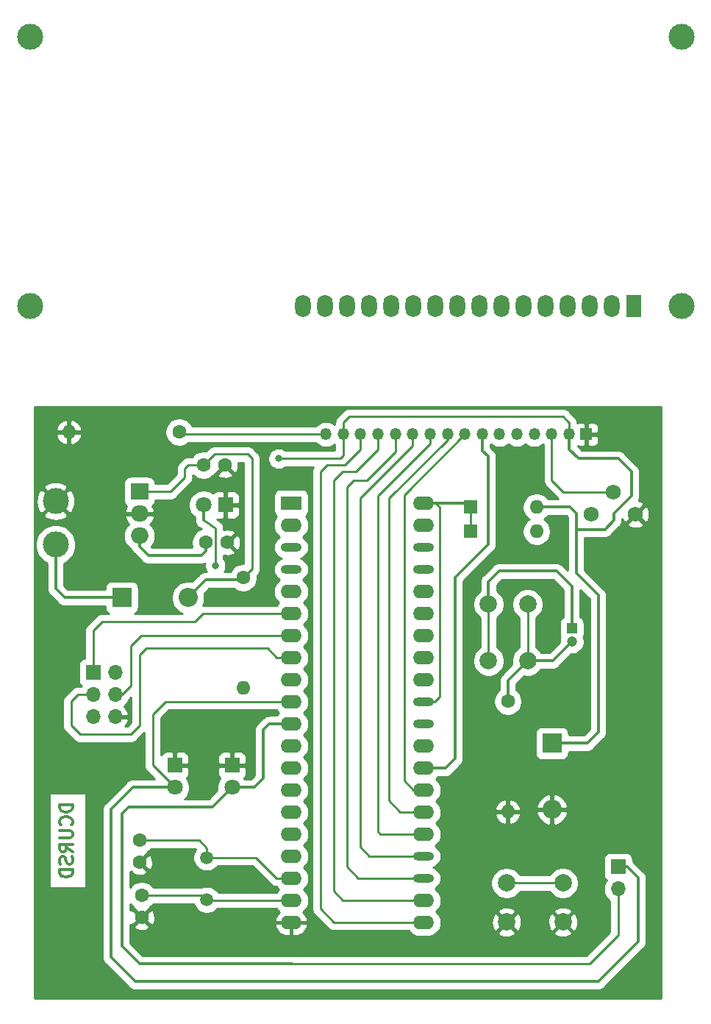
<source format=gbl>
%TF.GenerationSoftware,KiCad,Pcbnew,(5.1.9)-1*%
%TF.CreationDate,2021-04-15T23:19:31+05:30*%
%TF.ProjectId,8051 Transmitter End,38303531-2054-4726-916e-736d69747465,01*%
%TF.SameCoordinates,Original*%
%TF.FileFunction,Copper,L2,Bot*%
%TF.FilePolarity,Positive*%
%FSLAX46Y46*%
G04 Gerber Fmt 4.6, Leading zero omitted, Abs format (unit mm)*
G04 Created by KiCad (PCBNEW (5.1.9)-1) date 2021-04-15 23:19:31*
%MOMM*%
%LPD*%
G01*
G04 APERTURE LIST*
%TA.AperFunction,NonConductor*%
%ADD10C,0.300000*%
%TD*%
%TA.AperFunction,ComponentPad*%
%ADD11O,1.700000X1.700000*%
%TD*%
%TA.AperFunction,ComponentPad*%
%ADD12R,1.700000X1.700000*%
%TD*%
%TA.AperFunction,ComponentPad*%
%ADD13O,2.400000X1.600000*%
%TD*%
%TA.AperFunction,ComponentPad*%
%ADD14O,2.400000X1.000000*%
%TD*%
%TA.AperFunction,ComponentPad*%
%ADD15R,2.400000X1.600000*%
%TD*%
%TA.AperFunction,ComponentPad*%
%ADD16O,1.350000X1.350000*%
%TD*%
%TA.AperFunction,ComponentPad*%
%ADD17R,1.350000X1.350000*%
%TD*%
%TA.AperFunction,ComponentPad*%
%ADD18O,1.600000X1.600000*%
%TD*%
%TA.AperFunction,ComponentPad*%
%ADD19C,1.600000*%
%TD*%
%TA.AperFunction,ComponentPad*%
%ADD20O,2.200000X2.200000*%
%TD*%
%TA.AperFunction,ComponentPad*%
%ADD21R,2.200000X2.200000*%
%TD*%
%TA.AperFunction,ComponentPad*%
%ADD22R,1.600000X1.600000*%
%TD*%
%TA.AperFunction,ComponentPad*%
%ADD23C,1.500000*%
%TD*%
%TA.AperFunction,ComponentPad*%
%ADD24O,2.000000X1.905000*%
%TD*%
%TA.AperFunction,ComponentPad*%
%ADD25R,2.000000X1.905000*%
%TD*%
%TA.AperFunction,ComponentPad*%
%ADD26C,2.000000*%
%TD*%
%TA.AperFunction,ComponentPad*%
%ADD27C,1.750000*%
%TD*%
%TA.AperFunction,ComponentPad*%
%ADD28C,2.999740*%
%TD*%
%TA.AperFunction,ComponentPad*%
%ADD29C,3.000000*%
%TD*%
%TA.AperFunction,ComponentPad*%
%ADD30O,1.800000X2.600000*%
%TD*%
%TA.AperFunction,ComponentPad*%
%ADD31R,1.800000X2.600000*%
%TD*%
%TA.AperFunction,ComponentPad*%
%ADD32C,1.800000*%
%TD*%
%TA.AperFunction,ComponentPad*%
%ADD33R,1.800000X1.800000*%
%TD*%
%TA.AperFunction,ComponentPad*%
%ADD34C,1.200000*%
%TD*%
%TA.AperFunction,ComponentPad*%
%ADD35R,1.200000X1.200000*%
%TD*%
%TA.AperFunction,ViaPad*%
%ADD36C,0.800000*%
%TD*%
%TA.AperFunction,Conductor*%
%ADD37C,0.300000*%
%TD*%
%TA.AperFunction,Conductor*%
%ADD38C,0.250000*%
%TD*%
%TA.AperFunction,Conductor*%
%ADD39C,0.254000*%
%TD*%
%TA.AperFunction,Conductor*%
%ADD40C,0.100000*%
%TD*%
G04 APERTURE END LIST*
D10*
X66464571Y-115491142D02*
X64964571Y-115491142D01*
X64964571Y-115848285D01*
X65036000Y-116062571D01*
X65178857Y-116205428D01*
X65321714Y-116276857D01*
X65607428Y-116348285D01*
X65821714Y-116348285D01*
X66107428Y-116276857D01*
X66250285Y-116205428D01*
X66393142Y-116062571D01*
X66464571Y-115848285D01*
X66464571Y-115491142D01*
X66321714Y-117848285D02*
X66393142Y-117776857D01*
X66464571Y-117562571D01*
X66464571Y-117419714D01*
X66393142Y-117205428D01*
X66250285Y-117062571D01*
X66107428Y-116991142D01*
X65821714Y-116919714D01*
X65607428Y-116919714D01*
X65321714Y-116991142D01*
X65178857Y-117062571D01*
X65036000Y-117205428D01*
X64964571Y-117419714D01*
X64964571Y-117562571D01*
X65036000Y-117776857D01*
X65107428Y-117848285D01*
X64964571Y-118491142D02*
X66178857Y-118491142D01*
X66321714Y-118562571D01*
X66393142Y-118634000D01*
X66464571Y-118776857D01*
X66464571Y-119062571D01*
X66393142Y-119205428D01*
X66321714Y-119276857D01*
X66178857Y-119348285D01*
X64964571Y-119348285D01*
X66464571Y-120919714D02*
X65750285Y-120419714D01*
X66464571Y-120062571D02*
X64964571Y-120062571D01*
X64964571Y-120634000D01*
X65036000Y-120776857D01*
X65107428Y-120848285D01*
X65250285Y-120919714D01*
X65464571Y-120919714D01*
X65607428Y-120848285D01*
X65678857Y-120776857D01*
X65750285Y-120634000D01*
X65750285Y-120062571D01*
X66393142Y-121491142D02*
X66464571Y-121705428D01*
X66464571Y-122062571D01*
X66393142Y-122205428D01*
X66321714Y-122276857D01*
X66178857Y-122348285D01*
X66036000Y-122348285D01*
X65893142Y-122276857D01*
X65821714Y-122205428D01*
X65750285Y-122062571D01*
X65678857Y-121776857D01*
X65607428Y-121634000D01*
X65536000Y-121562571D01*
X65393142Y-121491142D01*
X65250285Y-121491142D01*
X65107428Y-121562571D01*
X65036000Y-121634000D01*
X64964571Y-121776857D01*
X64964571Y-122134000D01*
X65036000Y-122348285D01*
X66464571Y-122991142D02*
X64964571Y-122991142D01*
X64964571Y-123348285D01*
X65036000Y-123562571D01*
X65178857Y-123705428D01*
X65321714Y-123776857D01*
X65607428Y-123848285D01*
X65821714Y-123848285D01*
X66107428Y-123776857D01*
X66250285Y-123705428D01*
X66393142Y-123562571D01*
X66464571Y-123348285D01*
X66464571Y-122991142D01*
D11*
%TO.P,P1,6*%
%TO.N,GND*%
X71374000Y-105410000D03*
%TO.P,P1,5*%
%TO.N,RESET*%
X68834000Y-105410000D03*
%TO.P,P1,4*%
%TO.N,MISO*%
X71374000Y-102870000D03*
%TO.P,P1,3*%
%TO.N,SCK*%
X68834000Y-102870000D03*
%TO.P,P1,2*%
%TO.N,Vin2*%
X71374000Y-100330000D03*
D12*
%TO.P,P1,1*%
%TO.N,MOSI*%
X68834000Y-100330000D03*
%TD*%
D13*
%TO.P,IC1,40*%
%TO.N,Vin*%
X106878000Y-80822000D03*
%TO.P,IC1,20*%
%TO.N,GND*%
X91638000Y-129082000D03*
%TO.P,IC1,39*%
%TO.N,Net-(IC1-Pad39)*%
X106878000Y-83362000D03*
%TO.P,IC1,19*%
%TO.N,XTAL1*%
X91638000Y-126542000D03*
D14*
%TO.P,IC1,38*%
%TO.N,Net-(IC1-Pad38)*%
X106878000Y-85902000D03*
D13*
%TO.P,IC1,18*%
%TO.N,XTAL2*%
X91638000Y-124002000D03*
D14*
%TO.P,IC1,37*%
%TO.N,Net-(IC1-Pad37)*%
X106878000Y-88442000D03*
D13*
%TO.P,IC1,17*%
%TO.N,Net-(IC1-Pad17)*%
X91638000Y-121462000D03*
%TO.P,IC1,36*%
%TO.N,Net-(IC1-Pad36)*%
X106878000Y-90982000D03*
%TO.P,IC1,16*%
%TO.N,Net-(IC1-Pad16)*%
X91638000Y-118922000D03*
%TO.P,IC1,35*%
%TO.N,Net-(IC1-Pad35)*%
X106878000Y-93522000D03*
%TO.P,IC1,15*%
%TO.N,Net-(IC1-Pad15)*%
X91638000Y-116382000D03*
%TO.P,IC1,34*%
%TO.N,Net-(IC1-Pad34)*%
X106878000Y-96062000D03*
%TO.P,IC1,14*%
%TO.N,Net-(IC1-Pad14)*%
X91638000Y-113842000D03*
%TO.P,IC1,33*%
%TO.N,Net-(IC1-Pad33)*%
X106878000Y-98602000D03*
%TO.P,IC1,13*%
%TO.N,Net-(IC1-Pad13)*%
X91638000Y-111302000D03*
%TO.P,IC1,32*%
%TO.N,Net-(IC1-Pad32)*%
X106878000Y-101142000D03*
%TO.P,IC1,12*%
%TO.N,Net-(IC1-Pad12)*%
X91638000Y-108762000D03*
D14*
%TO.P,IC1,31*%
%TO.N,Vin*%
X106878000Y-103682000D03*
D13*
%TO.P,IC1,11*%
%TO.N,Tx*%
X91638000Y-106222000D03*
D14*
%TO.P,IC1,30*%
%TO.N,Net-(IC1-Pad30)*%
X106878000Y-106222000D03*
D13*
%TO.P,IC1,10*%
%TO.N,Rx*%
X91638000Y-103682000D03*
%TO.P,IC1,29*%
%TO.N,Net-(IC1-Pad29)*%
X106878000Y-108762000D03*
%TO.P,IC1,9*%
%TO.N,RESET*%
X91638000Y-101142000D03*
%TO.P,IC1,28*%
%TO.N,DATA0*%
X106878000Y-111302000D03*
%TO.P,IC1,8*%
%TO.N,SCK*%
X91638000Y-98602000D03*
%TO.P,IC1,27*%
%TO.N,DATA1*%
X106878000Y-113842000D03*
%TO.P,IC1,7*%
%TO.N,MISO*%
X91638000Y-96062000D03*
%TO.P,IC1,26*%
%TO.N,DATA2*%
X106878000Y-116382000D03*
%TO.P,IC1,6*%
%TO.N,MOSI*%
X91638000Y-93522000D03*
%TO.P,IC1,25*%
%TO.N,DATA3*%
X106878000Y-118922000D03*
%TO.P,IC1,5*%
%TO.N,Net-(IC1-Pad5)*%
X91638000Y-90982000D03*
D14*
%TO.P,IC1,24*%
%TO.N,DATA4*%
X106878000Y-121462000D03*
%TO.P,IC1,4*%
%TO.N,Net-(IC1-Pad4)*%
X91638000Y-88442000D03*
%TO.P,IC1,23*%
%TO.N,DATA5*%
X106878000Y-124002000D03*
%TO.P,IC1,3*%
%TO.N,RS*%
X91638000Y-85902000D03*
D13*
%TO.P,IC1,22*%
%TO.N,DATA6*%
X106878000Y-126542000D03*
%TO.P,IC1,2*%
%TO.N,RW*%
X91638000Y-83362000D03*
%TO.P,IC1,21*%
%TO.N,DATA7*%
X106878000Y-129082000D03*
D15*
%TO.P,IC1,1*%
%TO.N,EN*%
X91638000Y-80822000D03*
%TD*%
D16*
%TO.P,J3,16*%
%TO.N,Net-(DS1-Pad16)*%
X95634000Y-72898000D03*
%TO.P,J3,15*%
%TO.N,Vin1*%
X97634000Y-72898000D03*
%TO.P,J3,14*%
%TO.N,DATA7*%
X99634000Y-72898000D03*
%TO.P,J3,13*%
%TO.N,DATA6*%
X101634000Y-72898000D03*
%TO.P,J3,12*%
%TO.N,DATA5*%
X103634000Y-72898000D03*
%TO.P,J3,11*%
%TO.N,DATA4*%
X105634000Y-72898000D03*
%TO.P,J3,10*%
%TO.N,DATA3*%
X107634000Y-72898000D03*
%TO.P,J3,9*%
%TO.N,DATA2*%
X109634000Y-72898000D03*
%TO.P,J3,8*%
%TO.N,DATA1*%
X111634000Y-72898000D03*
%TO.P,J3,7*%
%TO.N,DATA0*%
X113634000Y-72898000D03*
%TO.P,J3,6*%
%TO.N,EN*%
X115634000Y-72898000D03*
%TO.P,J3,5*%
%TO.N,RW*%
X117634000Y-72898000D03*
%TO.P,J3,4*%
%TO.N,RS*%
X119634000Y-72898000D03*
%TO.P,J3,3*%
%TO.N,Net-(DS1-Pad3)*%
X121634000Y-72898000D03*
%TO.P,J3,2*%
%TO.N,Vin1*%
X123634000Y-72898000D03*
D17*
%TO.P,J3,1*%
%TO.N,GND*%
X125634000Y-72898000D03*
%TD*%
D11*
%TO.P,J2,2*%
%TO.N,Tx*%
X129286000Y-125222000D03*
D12*
%TO.P,J2,1*%
%TO.N,Rx*%
X129286000Y-122682000D03*
%TD*%
D18*
%TO.P,R3,2*%
%TO.N,GND*%
X66040000Y-72644000D03*
D19*
%TO.P,R3,1*%
%TO.N,Net-(DS1-Pad16)*%
X78740000Y-72644000D03*
%TD*%
D18*
%TO.P,R2,2*%
%TO.N,Net-(D1-Pad2)*%
X86106000Y-102108000D03*
D19*
%TO.P,R2,1*%
%TO.N,VCC*%
X86106000Y-89408000D03*
%TD*%
D18*
%TO.P,R1,2*%
%TO.N,GND*%
X116586000Y-116332000D03*
D19*
%TO.P,R1,1*%
%TO.N,RESET*%
X116586000Y-103632000D03*
%TD*%
D20*
%TO.P,D5,2*%
%TO.N,VCC*%
X79756000Y-91694000D03*
D21*
%TO.P,D5,1*%
%TO.N,Net-(D5-Pad1)*%
X72136000Y-91694000D03*
%TD*%
D20*
%TO.P,D4,2*%
%TO.N,GND*%
X121666000Y-116078000D03*
D21*
%TO.P,D4,1*%
%TO.N,Vin1*%
X121666000Y-108458000D03*
%TD*%
D18*
%TO.P,D3,2*%
%TO.N,Vin2*%
X119888000Y-84074000D03*
D22*
%TO.P,D3,1*%
%TO.N,Vin*%
X112268000Y-84074000D03*
%TD*%
D18*
%TO.P,D2,2*%
%TO.N,Vin1*%
X119888000Y-81280000D03*
D22*
%TO.P,D2,1*%
%TO.N,Vin*%
X112268000Y-81280000D03*
%TD*%
D23*
%TO.P,Y1,2*%
%TO.N,XTAL1*%
X81918000Y-126482000D03*
%TO.P,Y1,1*%
%TO.N,XTAL2*%
X81918000Y-121602000D03*
%TD*%
D24*
%TO.P,U1,3*%
%TO.N,Vin1*%
X74168000Y-84582000D03*
%TO.P,U1,2*%
%TO.N,GND*%
X74168000Y-82042000D03*
D25*
%TO.P,U1,1*%
%TO.N,VCC*%
X74168000Y-79502000D03*
%TD*%
D26*
%TO.P,SW2,1*%
%TO.N,GND*%
X116436000Y-129032000D03*
%TO.P,SW2,2*%
%TO.N,Net-(IC1-Pad12)*%
X116436000Y-124532000D03*
%TO.P,SW2,1*%
%TO.N,GND*%
X122936000Y-129032000D03*
%TO.P,SW2,2*%
%TO.N,Net-(IC1-Pad12)*%
X122936000Y-124532000D03*
%TD*%
%TO.P,RST,1*%
%TO.N,RESET*%
X118872000Y-98956000D03*
%TO.P,RST,2*%
%TO.N,Vin*%
X114372000Y-98956000D03*
%TO.P,RST,1*%
%TO.N,RESET*%
X118872000Y-92456000D03*
%TO.P,RST,2*%
%TO.N,Vin*%
X114372000Y-92456000D03*
%TD*%
D27*
%TO.P,RV1,1*%
%TO.N,Net-(RV1-Pad1)*%
X126218000Y-82102000D03*
%TO.P,RV1,2*%
%TO.N,Net-(DS1-Pad3)*%
X128758000Y-79562000D03*
%TO.P,RV1,3*%
%TO.N,GND*%
X131298000Y-82102000D03*
%TD*%
D28*
%TO.P,J1,2*%
%TO.N,GND*%
X64516000Y-80599280D03*
%TO.P,J1,1*%
%TO.N,Net-(D5-Pad1)*%
X64516000Y-85598000D03*
%TD*%
D29*
%TO.P,DS1,*%
%TO.N,*%
X61564000Y-58166000D03*
X61564520Y-27165300D03*
X136563100Y-27165300D03*
X136563100Y-58166000D03*
D30*
%TO.P,DS1,16*%
%TO.N,Net-(DS1-Pad16)*%
X92964000Y-58166000D03*
%TO.P,DS1,15*%
%TO.N,Vin1*%
X95504000Y-58166000D03*
%TO.P,DS1,14*%
%TO.N,DATA7*%
X98044000Y-58166000D03*
%TO.P,DS1,13*%
%TO.N,DATA6*%
X100584000Y-58166000D03*
%TO.P,DS1,12*%
%TO.N,DATA5*%
X103124000Y-58166000D03*
%TO.P,DS1,11*%
%TO.N,DATA4*%
X105664000Y-58166000D03*
%TO.P,DS1,10*%
%TO.N,DATA3*%
X108204000Y-58166000D03*
%TO.P,DS1,9*%
%TO.N,DATA2*%
X110744000Y-58166000D03*
%TO.P,DS1,8*%
%TO.N,DATA1*%
X113284000Y-58166000D03*
%TO.P,DS1,7*%
%TO.N,DATA0*%
X115824000Y-58166000D03*
%TO.P,DS1,6*%
%TO.N,EN*%
X118364000Y-58166000D03*
%TO.P,DS1,5*%
%TO.N,RW*%
X120904000Y-58166000D03*
%TO.P,DS1,4*%
%TO.N,RS*%
X123444000Y-58166000D03*
%TO.P,DS1,3*%
%TO.N,Net-(DS1-Pad3)*%
X125984000Y-58166000D03*
%TO.P,DS1,2*%
%TO.N,Vin1*%
X128524000Y-58166000D03*
D31*
%TO.P,DS1,1*%
%TO.N,GND*%
X131064000Y-58166000D03*
%TD*%
D32*
%TO.P,Tx,2*%
%TO.N,Tx*%
X84836000Y-113538000D03*
D33*
%TO.P,Tx,1*%
%TO.N,GND*%
X84836000Y-110998000D03*
%TD*%
D32*
%TO.P,Rx,2*%
%TO.N,Rx*%
X78232000Y-113538000D03*
D33*
%TO.P,Rx,1*%
%TO.N,GND*%
X78232000Y-110998000D03*
%TD*%
D32*
%TO.P,D1,2*%
%TO.N,Net-(D1-Pad2)*%
X81534000Y-81026000D03*
D33*
%TO.P,D1,1*%
%TO.N,GND*%
X84074000Y-81026000D03*
%TD*%
D19*
%TO.P,C5,2*%
%TO.N,GND*%
X84288000Y-85344000D03*
%TO.P,C5,1*%
%TO.N,Vin1*%
X81788000Y-85344000D03*
%TD*%
%TO.P,C4,2*%
%TO.N,GND*%
X74422000Y-128484000D03*
%TO.P,C4,1*%
%TO.N,XTAL1*%
X74422000Y-125984000D03*
%TD*%
D34*
%TO.P,C3,2*%
%TO.N,RESET*%
X123952000Y-96750000D03*
D35*
%TO.P,C3,1*%
%TO.N,Vin*%
X123952000Y-95250000D03*
%TD*%
D19*
%TO.P,C2,2*%
%TO.N,GND*%
X74168000Y-122134000D03*
%TO.P,C2,1*%
%TO.N,XTAL2*%
X74168000Y-119634000D03*
%TD*%
%TO.P,C1,2*%
%TO.N,GND*%
X84034000Y-76454000D03*
%TO.P,C1,1*%
%TO.N,VCC*%
X81534000Y-76454000D03*
%TD*%
D36*
%TO.N,GND*%
X79502000Y-106426000D03*
%TO.N,Vin1*%
X90170000Y-75692000D03*
%TO.N,Net-(D1-Pad2)*%
X82913001Y-87993001D03*
%TD*%
D37*
%TO.N,VCC*%
X79756000Y-91694000D02*
X81788000Y-89662000D01*
X85852000Y-89662000D02*
X86106000Y-89408000D01*
X81788000Y-89662000D02*
X85852000Y-89662000D01*
D38*
X74168000Y-79502000D02*
X77724000Y-79502000D01*
X82804000Y-75184000D02*
X81534000Y-76454000D01*
X87122000Y-75692000D02*
X86614000Y-75184000D01*
X86614000Y-75184000D02*
X82804000Y-75184000D01*
X87122000Y-88392000D02*
X87122000Y-75692000D01*
X86106000Y-89408000D02*
X87122000Y-88392000D01*
X79375000Y-77851000D02*
X79375000Y-76835000D01*
X77724000Y-79502000D02*
X79375000Y-77851000D01*
X79756000Y-76454000D02*
X81534000Y-76454000D01*
X79375000Y-76835000D02*
X79756000Y-76454000D01*
%TO.N,XTAL2*%
X91638000Y-124002000D02*
X89966000Y-124002000D01*
X87566000Y-121602000D02*
X81918000Y-121602000D01*
X89966000Y-124002000D02*
X87566000Y-121602000D01*
X81918000Y-121602000D02*
X81918000Y-120526000D01*
X81026000Y-119634000D02*
X74168000Y-119634000D01*
X81918000Y-120526000D02*
X81026000Y-119634000D01*
%TO.N,RESET*%
X118872000Y-92456000D02*
X118872000Y-98956000D01*
D37*
X121746000Y-98956000D02*
X123952000Y-96750000D01*
X118872000Y-98956000D02*
X121746000Y-98956000D01*
X116586000Y-101242000D02*
X118872000Y-98956000D01*
X116586000Y-103632000D02*
X116586000Y-101242000D01*
D38*
%TO.N,XTAL1*%
X81978000Y-126542000D02*
X81918000Y-126482000D01*
X91638000Y-126542000D02*
X81978000Y-126542000D01*
X81420000Y-125984000D02*
X81918000Y-126482000D01*
X74422000Y-125984000D02*
X81420000Y-125984000D01*
D37*
%TO.N,Vin1*%
X74168000Y-84582000D02*
X74168000Y-85852000D01*
X74168000Y-85852000D02*
X75184000Y-86868000D01*
X75184000Y-86868000D02*
X81280000Y-86868000D01*
X81788000Y-86360000D02*
X81788000Y-85344000D01*
X81280000Y-86868000D02*
X81788000Y-86360000D01*
D38*
X97634000Y-72898000D02*
X97634000Y-71530000D01*
X97634000Y-71530000D02*
X98298000Y-70866000D01*
X98298000Y-70866000D02*
X122936000Y-70866000D01*
X123634000Y-71564000D02*
X123634000Y-72898000D01*
X122936000Y-70866000D02*
X123634000Y-71564000D01*
X97634000Y-75340000D02*
X97634000Y-72898000D01*
X97282000Y-75692000D02*
X97634000Y-75340000D01*
X90170000Y-75692000D02*
X97282000Y-75692000D01*
D37*
X125730000Y-108458000D02*
X121666000Y-108458000D01*
X127000000Y-107188000D02*
X125730000Y-108458000D01*
X127000000Y-91440000D02*
X127000000Y-107188000D01*
X124452008Y-88892008D02*
X127000000Y-91440000D01*
X123698000Y-81280000D02*
X124452008Y-82034008D01*
X121920000Y-81280000D02*
X123698000Y-81280000D01*
X124452008Y-83827992D02*
X127754008Y-83827992D01*
X124452008Y-82034008D02*
X124452008Y-83827992D01*
X124452008Y-83827992D02*
X124452008Y-88892008D01*
X127754008Y-83827992D02*
X128778000Y-82804000D01*
X128778000Y-82804000D02*
X128778000Y-82042000D01*
X128778000Y-82042000D02*
X130810000Y-80010000D01*
X130810000Y-80010000D02*
X130810000Y-77216000D01*
X130810000Y-77216000D02*
X129286000Y-75692000D01*
X129286000Y-75692000D02*
X124714000Y-75692000D01*
X123634000Y-74612000D02*
X123634000Y-72898000D01*
X124714000Y-75692000D02*
X123634000Y-74612000D01*
X121920000Y-81280000D02*
X119888000Y-81280000D01*
D38*
%TO.N,Net-(D1-Pad2)*%
X82913001Y-83675001D02*
X82913001Y-87993001D01*
X81534000Y-82804000D02*
X82913001Y-83675001D01*
D37*
X81534000Y-82804000D02*
X81534000Y-81026000D01*
D38*
%TO.N,Vin*%
X106878000Y-103682000D02*
X108154000Y-103682000D01*
X108154000Y-103682000D02*
X108712000Y-103124000D01*
X108712000Y-103124000D02*
X108712000Y-81280000D01*
X108254000Y-80822000D02*
X106878000Y-80822000D01*
X108712000Y-81280000D02*
X108254000Y-80822000D01*
X112268000Y-84074000D02*
X112268000Y-81280000D01*
X114372000Y-92456000D02*
X114372000Y-98956000D01*
D37*
X114372000Y-92456000D02*
X114372000Y-89844000D01*
X114372000Y-89844000D02*
X115570000Y-88646000D01*
X115570000Y-88646000D02*
X122174000Y-88646000D01*
X123952000Y-90424000D02*
X123952000Y-95250000D01*
X122174000Y-88646000D02*
X123952000Y-90424000D01*
X111810000Y-80822000D02*
X112268000Y-81280000D01*
X106878000Y-80822000D02*
X111810000Y-80822000D01*
D38*
%TO.N,Rx*%
X91638000Y-103682000D02*
X77166000Y-103682000D01*
X77166000Y-103682000D02*
X75692000Y-105156000D01*
X75692000Y-110998000D02*
X78232000Y-113538000D01*
X75692000Y-105156000D02*
X75692000Y-110998000D01*
D37*
X78232000Y-113538000D02*
X73406000Y-113538000D01*
X73406000Y-113538000D02*
X70866000Y-116078000D01*
X70866000Y-116078000D02*
X70866000Y-133096000D01*
X70866000Y-133096000D02*
X73660000Y-135890000D01*
X73660000Y-135890000D02*
X127000000Y-135890000D01*
X127000000Y-135890000D02*
X131572000Y-131318000D01*
X131572000Y-131318000D02*
X131572000Y-123952000D01*
X130302000Y-122682000D02*
X129286000Y-122682000D01*
X131572000Y-123952000D02*
X130302000Y-122682000D01*
%TO.N,Tx*%
X84836000Y-113538000D02*
X87376000Y-113538000D01*
X87376000Y-113538000D02*
X88392000Y-112522000D01*
X88392000Y-112522000D02*
X88392000Y-106934000D01*
X89104000Y-106222000D02*
X91638000Y-106222000D01*
X88392000Y-106934000D02*
X89104000Y-106222000D01*
D38*
X129286000Y-130556000D02*
X129286000Y-125222000D01*
X125984000Y-133858000D02*
X129286000Y-130556000D01*
X91948000Y-133858000D02*
X125984000Y-133858000D01*
X91694000Y-133858000D02*
X91948000Y-133858000D01*
D37*
X84836000Y-113538000D02*
X82550000Y-115824000D01*
X82550000Y-115824000D02*
X72898000Y-115824000D01*
X72898000Y-115824000D02*
X72136000Y-116586000D01*
X72136000Y-116586000D02*
X72136000Y-131826000D01*
X74168000Y-133858000D02*
X91694000Y-133858000D01*
X72136000Y-131826000D02*
X74168000Y-133858000D01*
D38*
%TO.N,Net-(DS1-Pad16)*%
X78740000Y-72644000D02*
X78994000Y-72644000D01*
X79248000Y-72898000D02*
X95634000Y-72898000D01*
X78994000Y-72644000D02*
X79248000Y-72898000D01*
%TO.N,DATA7*%
X99634000Y-72898000D02*
X99634000Y-74610000D01*
X99634000Y-74610000D02*
X97790000Y-76454000D01*
X95758000Y-76454000D02*
X94996000Y-77216000D01*
X97790000Y-76454000D02*
X95758000Y-76454000D01*
X94996000Y-77216000D02*
X94996000Y-127508000D01*
X96570000Y-129082000D02*
X106878000Y-129082000D01*
X94996000Y-127508000D02*
X96570000Y-129082000D01*
%TO.N,DATA6*%
X106878000Y-126542000D02*
X97586000Y-126542000D01*
X97586000Y-126542000D02*
X96520000Y-125476000D01*
X96520000Y-125476000D02*
X96520000Y-78232000D01*
X96520000Y-78232000D02*
X97536000Y-77216000D01*
X97536000Y-77216000D02*
X99060000Y-77216000D01*
X101634000Y-74642000D02*
X101634000Y-72898000D01*
X99060000Y-77216000D02*
X101634000Y-74642000D01*
%TO.N,DATA5*%
X103634000Y-72898000D02*
X103634000Y-74928000D01*
X103634000Y-74928000D02*
X100330000Y-78232000D01*
X100330000Y-78232000D02*
X98806000Y-78232000D01*
X98806000Y-78232000D02*
X98044000Y-78994000D01*
X98044000Y-78994000D02*
X98044000Y-122682000D01*
X99364000Y-124002000D02*
X106878000Y-124002000D01*
X98044000Y-122682000D02*
X99364000Y-124002000D01*
%TO.N,DATA4*%
X105634000Y-74198000D02*
X105634000Y-72898000D01*
X99568000Y-80264000D02*
X105634000Y-74198000D01*
X99568000Y-120396000D02*
X99568000Y-80264000D01*
X100634000Y-121462000D02*
X99568000Y-120396000D01*
X106878000Y-121462000D02*
X100634000Y-121462000D01*
%TO.N,DATA3*%
X101904000Y-118922000D02*
X106878000Y-118922000D01*
X101600000Y-118618000D02*
X101904000Y-118922000D01*
X101600000Y-80010000D02*
X101600000Y-118618000D01*
X107634000Y-73976000D02*
X101600000Y-80010000D01*
X107634000Y-72898000D02*
X107634000Y-73976000D01*
%TO.N,DATA2*%
X106878000Y-116382000D02*
X104190000Y-116382000D01*
X104190000Y-116382000D02*
X102870000Y-115062000D01*
X102870000Y-115062000D02*
X102870000Y-80264000D01*
X109634000Y-73500000D02*
X109634000Y-72898000D01*
X102870000Y-80264000D02*
X109634000Y-73500000D01*
%TO.N,DATA1*%
X111634000Y-72898000D02*
X104648000Y-79884000D01*
X105714000Y-113842000D02*
X106878000Y-113842000D01*
X104648000Y-112776000D02*
X105714000Y-113842000D01*
X104648000Y-79884000D02*
X104648000Y-112776000D01*
D37*
%TO.N,DATA0*%
X113634000Y-72898000D02*
X113634000Y-74772000D01*
X113634000Y-74772000D02*
X114300000Y-75438000D01*
X114300000Y-75438000D02*
X114300000Y-85598000D01*
X114300000Y-85598000D02*
X110490000Y-89408000D01*
X110490000Y-89408000D02*
X110490000Y-110236000D01*
X109424000Y-111302000D02*
X108916000Y-111302000D01*
X110490000Y-110236000D02*
X109424000Y-111302000D01*
X108916000Y-111302000D02*
X109220000Y-111302000D01*
X106878000Y-111302000D02*
X108916000Y-111302000D01*
D38*
%TO.N,Net-(DS1-Pad3)*%
X121634000Y-72898000D02*
X121634000Y-78200000D01*
X122996000Y-79562000D02*
X128758000Y-79562000D01*
X121634000Y-78200000D02*
X122996000Y-79562000D01*
%TO.N,Net-(IC1-Pad12)*%
X116436000Y-124532000D02*
X122500000Y-124532000D01*
X122500000Y-124532000D02*
X122936000Y-124532000D01*
%TO.N,SCK*%
X66294000Y-103632000D02*
X67056000Y-102870000D01*
X66294000Y-106426000D02*
X66294000Y-103632000D01*
X67310000Y-107442000D02*
X66294000Y-106426000D01*
X74168000Y-106426000D02*
X73152000Y-107442000D01*
X73152000Y-107442000D02*
X67310000Y-107442000D01*
X74168000Y-98298000D02*
X74168000Y-106426000D01*
X74930000Y-97536000D02*
X74168000Y-98298000D01*
X67056000Y-102870000D02*
X68834000Y-102870000D01*
X88900000Y-97536000D02*
X74930000Y-97536000D01*
X89966000Y-98602000D02*
X88900000Y-97536000D01*
X91638000Y-98602000D02*
X89966000Y-98602000D01*
%TO.N,MISO*%
X71374000Y-102870000D02*
X72136000Y-102870000D01*
X72136000Y-102870000D02*
X73152000Y-101854000D01*
X73152000Y-101854000D02*
X73152000Y-97282000D01*
X74372000Y-96062000D02*
X91638000Y-96062000D01*
X73152000Y-97282000D02*
X74372000Y-96062000D01*
%TO.N,MOSI*%
X91638000Y-93522000D02*
X81484000Y-93522000D01*
X81484000Y-93522000D02*
X80518000Y-94488000D01*
X80518000Y-94488000D02*
X69850000Y-94488000D01*
X68834000Y-95504000D02*
X68834000Y-100330000D01*
X69850000Y-94488000D02*
X68834000Y-95504000D01*
D37*
%TO.N,Net-(D5-Pad1)*%
X72136000Y-91694000D02*
X65532000Y-91694000D01*
X64516000Y-90678000D02*
X64516000Y-85598000D01*
X65532000Y-91694000D02*
X64516000Y-90678000D01*
%TD*%
D39*
%TO.N,GND*%
X134268001Y-137824000D02*
X62074000Y-137824000D01*
X62074000Y-114149000D01*
X63796000Y-114149000D01*
X63796000Y-125119000D01*
X68016000Y-125119000D01*
X68016000Y-114149000D01*
X63796000Y-114149000D01*
X62074000Y-114149000D01*
X62074000Y-85368035D01*
X62181130Y-85368035D01*
X62181130Y-85827965D01*
X62270858Y-86279056D01*
X62446865Y-86703975D01*
X62702388Y-87086393D01*
X63027607Y-87411612D01*
X63410025Y-87667135D01*
X63531001Y-87717245D01*
X63531000Y-90629620D01*
X63526235Y-90678000D01*
X63536239Y-90779576D01*
X63545253Y-90871093D01*
X63601576Y-91056766D01*
X63693040Y-91227884D01*
X63816130Y-91377870D01*
X63853715Y-91408715D01*
X64801289Y-92356290D01*
X64832130Y-92393870D01*
X64982116Y-92516960D01*
X65153233Y-92608424D01*
X65338906Y-92664747D01*
X65532000Y-92683765D01*
X65580380Y-92679000D01*
X70196960Y-92679000D01*
X70196960Y-92794000D01*
X70213082Y-92957689D01*
X70260828Y-93115087D01*
X70338364Y-93260146D01*
X70442709Y-93387291D01*
X70569854Y-93491636D01*
X70637886Y-93528000D01*
X69897152Y-93528000D01*
X69850000Y-93523356D01*
X69802848Y-93528000D01*
X69802838Y-93528000D01*
X69661807Y-93541890D01*
X69480846Y-93596784D01*
X69314071Y-93685927D01*
X69204526Y-93775829D01*
X69167893Y-93805893D01*
X69137829Y-93842526D01*
X68188531Y-94791825D01*
X68151893Y-94821893D01*
X68031927Y-94968072D01*
X67942784Y-95134847D01*
X67887890Y-95315808D01*
X67874000Y-95456839D01*
X67874000Y-95456848D01*
X67869356Y-95504000D01*
X67874000Y-95551152D01*
X67874001Y-98651794D01*
X67820311Y-98657082D01*
X67662913Y-98704828D01*
X67517854Y-98782364D01*
X67390709Y-98886709D01*
X67286364Y-99013854D01*
X67208828Y-99158913D01*
X67161082Y-99316311D01*
X67144960Y-99480000D01*
X67144960Y-101180000D01*
X67161082Y-101343689D01*
X67208828Y-101501087D01*
X67286364Y-101646146D01*
X67390709Y-101773291D01*
X67487299Y-101852560D01*
X67448919Y-101910000D01*
X67103160Y-101910000D01*
X67056000Y-101905355D01*
X67008840Y-101910000D01*
X67008838Y-101910000D01*
X66867807Y-101923890D01*
X66686846Y-101978784D01*
X66520071Y-102067927D01*
X66412238Y-102156424D01*
X66373893Y-102187893D01*
X66343829Y-102224526D01*
X65648526Y-102919830D01*
X65611894Y-102949893D01*
X65581830Y-102986526D01*
X65581829Y-102986527D01*
X65491927Y-103096072D01*
X65402784Y-103262847D01*
X65387617Y-103312847D01*
X65347891Y-103443807D01*
X65340833Y-103515474D01*
X65329356Y-103632000D01*
X65334001Y-103679162D01*
X65334000Y-106378848D01*
X65329356Y-106426000D01*
X65334000Y-106473152D01*
X65334000Y-106473161D01*
X65347890Y-106614192D01*
X65402784Y-106795153D01*
X65491927Y-106961928D01*
X65611893Y-107108107D01*
X65648531Y-107138175D01*
X66597829Y-108087474D01*
X66627893Y-108124107D01*
X66664526Y-108154171D01*
X66774071Y-108244073D01*
X66813049Y-108264907D01*
X66940846Y-108333216D01*
X67121807Y-108388110D01*
X67262838Y-108402000D01*
X67262848Y-108402000D01*
X67310000Y-108406644D01*
X67357152Y-108402000D01*
X73104848Y-108402000D01*
X73152000Y-108406644D01*
X73199152Y-108402000D01*
X73199162Y-108402000D01*
X73340193Y-108388110D01*
X73521154Y-108333216D01*
X73687928Y-108244073D01*
X73834107Y-108124107D01*
X73864175Y-108087469D01*
X74732000Y-107219645D01*
X74732001Y-110950838D01*
X74727356Y-110998000D01*
X74745891Y-111186192D01*
X74800784Y-111367153D01*
X74889927Y-111533928D01*
X74950369Y-111607576D01*
X75009894Y-111680107D01*
X75046526Y-111710170D01*
X75889356Y-112553000D01*
X73454377Y-112553000D01*
X73405999Y-112548235D01*
X73357621Y-112553000D01*
X73357620Y-112553000D01*
X73212906Y-112567253D01*
X73027233Y-112623576D01*
X72856116Y-112715040D01*
X72706130Y-112838130D01*
X72675284Y-112875716D01*
X70203716Y-115347284D01*
X70166130Y-115378130D01*
X70043040Y-115528116D01*
X69955384Y-115692110D01*
X69951576Y-115699234D01*
X69895253Y-115884907D01*
X69876235Y-116078000D01*
X69881000Y-116126380D01*
X69881001Y-133047610D01*
X69876235Y-133096000D01*
X69895253Y-133289093D01*
X69951576Y-133474766D01*
X69951577Y-133474767D01*
X70043041Y-133645884D01*
X70166131Y-133795870D01*
X70203711Y-133826711D01*
X72929289Y-136552290D01*
X72960130Y-136589870D01*
X72997709Y-136620710D01*
X73110116Y-136712960D01*
X73281233Y-136804424D01*
X73466906Y-136860747D01*
X73660000Y-136879765D01*
X73708380Y-136875000D01*
X126951620Y-136875000D01*
X127000000Y-136879765D01*
X127048380Y-136875000D01*
X127193094Y-136860747D01*
X127378767Y-136804424D01*
X127549884Y-136712960D01*
X127699870Y-136589870D01*
X127730716Y-136552284D01*
X132234284Y-132048716D01*
X132271870Y-132017870D01*
X132394960Y-131867884D01*
X132486424Y-131696767D01*
X132542747Y-131511094D01*
X132557000Y-131366380D01*
X132557000Y-131366379D01*
X132561765Y-131318001D01*
X132557000Y-131269621D01*
X132557000Y-124000379D01*
X132561765Y-123951999D01*
X132542747Y-123758905D01*
X132517570Y-123675909D01*
X132486424Y-123573233D01*
X132394960Y-123402116D01*
X132271870Y-123252130D01*
X132234284Y-123221284D01*
X131032716Y-122019716D01*
X131001870Y-121982130D01*
X130975040Y-121960111D01*
X130975040Y-121832000D01*
X130958918Y-121668311D01*
X130911172Y-121510913D01*
X130833636Y-121365854D01*
X130729291Y-121238709D01*
X130602146Y-121134364D01*
X130457087Y-121056828D01*
X130299689Y-121009082D01*
X130136000Y-120992960D01*
X128436000Y-120992960D01*
X128272311Y-121009082D01*
X128114913Y-121056828D01*
X127969854Y-121134364D01*
X127842709Y-121238709D01*
X127738364Y-121365854D01*
X127660828Y-121510913D01*
X127613082Y-121668311D01*
X127596960Y-121832000D01*
X127596960Y-123532000D01*
X127613082Y-123695689D01*
X127660828Y-123853087D01*
X127738364Y-123998146D01*
X127842709Y-124125291D01*
X127939299Y-124204560D01*
X127792772Y-124423853D01*
X127665754Y-124730504D01*
X127601000Y-125056042D01*
X127601000Y-125387958D01*
X127665754Y-125713496D01*
X127792772Y-126020147D01*
X127977175Y-126296125D01*
X128211875Y-126530825D01*
X128326001Y-126607082D01*
X128326000Y-130158355D01*
X125586356Y-132898000D01*
X91922522Y-132898000D01*
X91887094Y-132887253D01*
X91742380Y-132873000D01*
X74576001Y-132873000D01*
X73121000Y-131418000D01*
X73121000Y-129513162D01*
X73534966Y-129513162D01*
X73598617Y-129788270D01*
X73868888Y-129923843D01*
X74160416Y-130004084D01*
X74461996Y-130025909D01*
X74762039Y-129988479D01*
X75049015Y-129893232D01*
X75245383Y-129788270D01*
X75309034Y-129513162D01*
X75216746Y-129420874D01*
X89740874Y-129420874D01*
X89781385Y-129576569D01*
X89905859Y-129851238D01*
X90081527Y-130096345D01*
X90301637Y-130302471D01*
X90557731Y-130461695D01*
X90839967Y-130567899D01*
X91137500Y-130617000D01*
X91537500Y-130617000D01*
X91537500Y-129182500D01*
X91738500Y-129182500D01*
X91738500Y-130617000D01*
X92138500Y-130617000D01*
X92436033Y-130567899D01*
X92718269Y-130461695D01*
X92974363Y-130302471D01*
X93194473Y-130096345D01*
X93370141Y-129851238D01*
X93494615Y-129576569D01*
X93535126Y-129420874D01*
X93385507Y-129182500D01*
X91738500Y-129182500D01*
X91537500Y-129182500D01*
X89890493Y-129182500D01*
X89740874Y-129420874D01*
X75216746Y-129420874D01*
X74422000Y-128626128D01*
X73534966Y-129513162D01*
X73121000Y-129513162D01*
X73121000Y-129308140D01*
X73392838Y-129371034D01*
X74279872Y-128484000D01*
X74564128Y-128484000D01*
X75451162Y-129371034D01*
X75726270Y-129307383D01*
X75861843Y-129037112D01*
X75942084Y-128745584D01*
X75963909Y-128444004D01*
X75926479Y-128143961D01*
X75831232Y-127856985D01*
X75726270Y-127660617D01*
X75451162Y-127596966D01*
X74564128Y-128484000D01*
X74279872Y-128484000D01*
X73392838Y-127596966D01*
X73121000Y-127659860D01*
X73121000Y-126979838D01*
X73152013Y-127026252D01*
X73379748Y-127253987D01*
X73554431Y-127370707D01*
X73534966Y-127454838D01*
X74422000Y-128341872D01*
X75309034Y-127454838D01*
X75289569Y-127370707D01*
X75464252Y-127253987D01*
X75691987Y-127026252D01*
X75746946Y-126944000D01*
X80393846Y-126944000D01*
X80393911Y-126944327D01*
X80513391Y-127232779D01*
X80686850Y-127492379D01*
X80907621Y-127713150D01*
X81167221Y-127886609D01*
X81455673Y-128006089D01*
X81761891Y-128067000D01*
X82074109Y-128067000D01*
X82380327Y-128006089D01*
X82668779Y-127886609D01*
X82928379Y-127713150D01*
X83139529Y-127502000D01*
X89910744Y-127502000D01*
X90076286Y-127703714D01*
X90286200Y-127875985D01*
X90081527Y-128067655D01*
X89905859Y-128312762D01*
X89781385Y-128587431D01*
X89740874Y-128743126D01*
X89890493Y-128981500D01*
X91537500Y-128981500D01*
X91537500Y-128961500D01*
X91738500Y-128961500D01*
X91738500Y-128981500D01*
X93385507Y-128981500D01*
X93535126Y-128743126D01*
X93494615Y-128587431D01*
X93370141Y-128312762D01*
X93194473Y-128067655D01*
X92989800Y-127875985D01*
X93199714Y-127703714D01*
X93404031Y-127454752D01*
X93555852Y-127170715D01*
X93649343Y-126862516D01*
X93680911Y-126542000D01*
X93649343Y-126221484D01*
X93555852Y-125913285D01*
X93404031Y-125629248D01*
X93199714Y-125380286D01*
X93067767Y-125272000D01*
X93199714Y-125163714D01*
X93404031Y-124914752D01*
X93555852Y-124630715D01*
X93649343Y-124322516D01*
X93680911Y-124002000D01*
X93649343Y-123681484D01*
X93555852Y-123373285D01*
X93404031Y-123089248D01*
X93199714Y-122840286D01*
X93067767Y-122732000D01*
X93199714Y-122623714D01*
X93404031Y-122374752D01*
X93555852Y-122090715D01*
X93649343Y-121782516D01*
X93680911Y-121462000D01*
X93649343Y-121141484D01*
X93555852Y-120833285D01*
X93404031Y-120549248D01*
X93199714Y-120300286D01*
X93067767Y-120192000D01*
X93199714Y-120083714D01*
X93404031Y-119834752D01*
X93555852Y-119550715D01*
X93649343Y-119242516D01*
X93680911Y-118922000D01*
X93649343Y-118601484D01*
X93555852Y-118293285D01*
X93404031Y-118009248D01*
X93199714Y-117760286D01*
X93067767Y-117652000D01*
X93199714Y-117543714D01*
X93404031Y-117294752D01*
X93555852Y-117010715D01*
X93649343Y-116702516D01*
X93680911Y-116382000D01*
X93649343Y-116061484D01*
X93555852Y-115753285D01*
X93404031Y-115469248D01*
X93199714Y-115220286D01*
X93067767Y-115112000D01*
X93199714Y-115003714D01*
X93404031Y-114754752D01*
X93555852Y-114470715D01*
X93649343Y-114162516D01*
X93680911Y-113842000D01*
X93649343Y-113521484D01*
X93555852Y-113213285D01*
X93404031Y-112929248D01*
X93199714Y-112680286D01*
X93067767Y-112572000D01*
X93199714Y-112463714D01*
X93404031Y-112214752D01*
X93555852Y-111930715D01*
X93649343Y-111622516D01*
X93680911Y-111302000D01*
X93649343Y-110981484D01*
X93555852Y-110673285D01*
X93404031Y-110389248D01*
X93199714Y-110140286D01*
X93067767Y-110032000D01*
X93199714Y-109923714D01*
X93404031Y-109674752D01*
X93555852Y-109390715D01*
X93649343Y-109082516D01*
X93680911Y-108762000D01*
X93649343Y-108441484D01*
X93555852Y-108133285D01*
X93404031Y-107849248D01*
X93199714Y-107600286D01*
X93067767Y-107492000D01*
X93199714Y-107383714D01*
X93404031Y-107134752D01*
X93555852Y-106850715D01*
X93649343Y-106542516D01*
X93680911Y-106222000D01*
X93649343Y-105901484D01*
X93555852Y-105593285D01*
X93404031Y-105309248D01*
X93199714Y-105060286D01*
X93067767Y-104952000D01*
X93199714Y-104843714D01*
X93404031Y-104594752D01*
X93555852Y-104310715D01*
X93649343Y-104002516D01*
X93680911Y-103682000D01*
X93649343Y-103361484D01*
X93555852Y-103053285D01*
X93404031Y-102769248D01*
X93199714Y-102520286D01*
X93067767Y-102412000D01*
X93199714Y-102303714D01*
X93404031Y-102054752D01*
X93555852Y-101770715D01*
X93649343Y-101462516D01*
X93680911Y-101142000D01*
X93649343Y-100821484D01*
X93555852Y-100513285D01*
X93404031Y-100229248D01*
X93199714Y-99980286D01*
X93067767Y-99872000D01*
X93199714Y-99763714D01*
X93404031Y-99514752D01*
X93555852Y-99230715D01*
X93649343Y-98922516D01*
X93680911Y-98602000D01*
X93649343Y-98281484D01*
X93555852Y-97973285D01*
X93404031Y-97689248D01*
X93199714Y-97440286D01*
X93067767Y-97332000D01*
X93199714Y-97223714D01*
X93404031Y-96974752D01*
X93555852Y-96690715D01*
X93649343Y-96382516D01*
X93680911Y-96062000D01*
X93649343Y-95741484D01*
X93555852Y-95433285D01*
X93404031Y-95149248D01*
X93199714Y-94900286D01*
X93067767Y-94792000D01*
X93199714Y-94683714D01*
X93404031Y-94434752D01*
X93555852Y-94150715D01*
X93649343Y-93842516D01*
X93680911Y-93522000D01*
X93649343Y-93201484D01*
X93555852Y-92893285D01*
X93404031Y-92609248D01*
X93199714Y-92360286D01*
X93067767Y-92252000D01*
X93199714Y-92143714D01*
X93404031Y-91894752D01*
X93555852Y-91610715D01*
X93649343Y-91302516D01*
X93680911Y-90982000D01*
X93649343Y-90661484D01*
X93555852Y-90353285D01*
X93404031Y-90069248D01*
X93199714Y-89820286D01*
X92959790Y-89623386D01*
X93083275Y-89557382D01*
X93286555Y-89390555D01*
X93453382Y-89187275D01*
X93577347Y-88955354D01*
X93653683Y-88703706D01*
X93679459Y-88442000D01*
X93653683Y-88180294D01*
X93577347Y-87928646D01*
X93453382Y-87696725D01*
X93286555Y-87493445D01*
X93083275Y-87326618D01*
X92851354Y-87202653D01*
X92750304Y-87172000D01*
X92851354Y-87141347D01*
X93083275Y-87017382D01*
X93286555Y-86850555D01*
X93453382Y-86647275D01*
X93577347Y-86415354D01*
X93653683Y-86163706D01*
X93679459Y-85902000D01*
X93653683Y-85640294D01*
X93577347Y-85388646D01*
X93453382Y-85156725D01*
X93286555Y-84953445D01*
X93083275Y-84786618D01*
X92959790Y-84720614D01*
X93199714Y-84523714D01*
X93404031Y-84274752D01*
X93555852Y-83990715D01*
X93649343Y-83682516D01*
X93680911Y-83362000D01*
X93649343Y-83041484D01*
X93555852Y-82733285D01*
X93404031Y-82449248D01*
X93299639Y-82322045D01*
X93304146Y-82319636D01*
X93431291Y-82215291D01*
X93535636Y-82088146D01*
X93613172Y-81943087D01*
X93660918Y-81785689D01*
X93677040Y-81622000D01*
X93677040Y-80022000D01*
X93660918Y-79858311D01*
X93613172Y-79700913D01*
X93535636Y-79555854D01*
X93431291Y-79428709D01*
X93304146Y-79324364D01*
X93159087Y-79246828D01*
X93001689Y-79199082D01*
X92838000Y-79182960D01*
X90438000Y-79182960D01*
X90274311Y-79199082D01*
X90116913Y-79246828D01*
X89971854Y-79324364D01*
X89844709Y-79428709D01*
X89740364Y-79555854D01*
X89662828Y-79700913D01*
X89615082Y-79858311D01*
X89598960Y-80022000D01*
X89598960Y-81622000D01*
X89615082Y-81785689D01*
X89662828Y-81943087D01*
X89740364Y-82088146D01*
X89844709Y-82215291D01*
X89971854Y-82319636D01*
X89976361Y-82322045D01*
X89871969Y-82449248D01*
X89720148Y-82733285D01*
X89626657Y-83041484D01*
X89595089Y-83362000D01*
X89626657Y-83682516D01*
X89720148Y-83990715D01*
X89871969Y-84274752D01*
X90076286Y-84523714D01*
X90316210Y-84720614D01*
X90192725Y-84786618D01*
X89989445Y-84953445D01*
X89822618Y-85156725D01*
X89698653Y-85388646D01*
X89622317Y-85640294D01*
X89596541Y-85902000D01*
X89622317Y-86163706D01*
X89698653Y-86415354D01*
X89822618Y-86647275D01*
X89989445Y-86850555D01*
X90192725Y-87017382D01*
X90424646Y-87141347D01*
X90525696Y-87172000D01*
X90424646Y-87202653D01*
X90192725Y-87326618D01*
X89989445Y-87493445D01*
X89822618Y-87696725D01*
X89698653Y-87928646D01*
X89622317Y-88180294D01*
X89596541Y-88442000D01*
X89622317Y-88703706D01*
X89698653Y-88955354D01*
X89822618Y-89187275D01*
X89989445Y-89390555D01*
X90192725Y-89557382D01*
X90316210Y-89623386D01*
X90076286Y-89820286D01*
X89871969Y-90069248D01*
X89720148Y-90353285D01*
X89626657Y-90661484D01*
X89595089Y-90982000D01*
X89626657Y-91302516D01*
X89720148Y-91610715D01*
X89871969Y-91894752D01*
X90076286Y-92143714D01*
X90208233Y-92252000D01*
X90076286Y-92360286D01*
X89910744Y-92562000D01*
X81531151Y-92562000D01*
X81492470Y-92558190D01*
X81616639Y-92258419D01*
X81691000Y-91884581D01*
X81691000Y-91503419D01*
X81632696Y-91210305D01*
X82196001Y-90647000D01*
X85032761Y-90647000D01*
X85063748Y-90677987D01*
X85331537Y-90856918D01*
X85629088Y-90980168D01*
X85944967Y-91043000D01*
X86267033Y-91043000D01*
X86582912Y-90980168D01*
X86880463Y-90856918D01*
X87148252Y-90677987D01*
X87375987Y-90450252D01*
X87554918Y-90182463D01*
X87678168Y-89884912D01*
X87741000Y-89569033D01*
X87741000Y-89246967D01*
X87721701Y-89149944D01*
X87767474Y-89104171D01*
X87804107Y-89074107D01*
X87865163Y-88999710D01*
X87924073Y-88927929D01*
X88013216Y-88761154D01*
X88029300Y-88708131D01*
X88068110Y-88580193D01*
X88082000Y-88439162D01*
X88082000Y-88439152D01*
X88086644Y-88392000D01*
X88082000Y-88344848D01*
X88082000Y-75739151D01*
X88086644Y-75691999D01*
X88082000Y-75644847D01*
X88082000Y-75644838D01*
X88068110Y-75503807D01*
X88013216Y-75322846D01*
X87924073Y-75156072D01*
X87804107Y-75009893D01*
X87767469Y-74979825D01*
X87326175Y-74538531D01*
X87296107Y-74501893D01*
X87149928Y-74381927D01*
X86983154Y-74292784D01*
X86802193Y-74237890D01*
X86661162Y-74224000D01*
X86661152Y-74224000D01*
X86614000Y-74219356D01*
X86566848Y-74224000D01*
X82851151Y-74224000D01*
X82803999Y-74219356D01*
X82756847Y-74224000D01*
X82756838Y-74224000D01*
X82615807Y-74237890D01*
X82480286Y-74279000D01*
X82434846Y-74292784D01*
X82268071Y-74381927D01*
X82180486Y-74453807D01*
X82121893Y-74501893D01*
X82091829Y-74538526D01*
X81792056Y-74838299D01*
X81695033Y-74819000D01*
X81372967Y-74819000D01*
X81057088Y-74881832D01*
X80759537Y-75005082D01*
X80491748Y-75184013D01*
X80264013Y-75411748D01*
X80209054Y-75494000D01*
X79803151Y-75494000D01*
X79755999Y-75489356D01*
X79708847Y-75494000D01*
X79708838Y-75494000D01*
X79567807Y-75507890D01*
X79386846Y-75562784D01*
X79220072Y-75651927D01*
X79073893Y-75771893D01*
X79043825Y-75808531D01*
X78729527Y-76122829D01*
X78692894Y-76152893D01*
X78662830Y-76189526D01*
X78662829Y-76189527D01*
X78572927Y-76299072D01*
X78483784Y-76465847D01*
X78468886Y-76514960D01*
X78430291Y-76642194D01*
X78428891Y-76646808D01*
X78410356Y-76835000D01*
X78415001Y-76882161D01*
X78415000Y-77453355D01*
X77326356Y-78542000D01*
X76006301Y-78542000D01*
X75990918Y-78385811D01*
X75943172Y-78228413D01*
X75865636Y-78083354D01*
X75761291Y-77956209D01*
X75634146Y-77851864D01*
X75489087Y-77774328D01*
X75331689Y-77726582D01*
X75168000Y-77710460D01*
X73168000Y-77710460D01*
X73004311Y-77726582D01*
X72846913Y-77774328D01*
X72701854Y-77851864D01*
X72574709Y-77956209D01*
X72470364Y-78083354D01*
X72392828Y-78228413D01*
X72345082Y-78385811D01*
X72328960Y-78549500D01*
X72328960Y-80454500D01*
X72345082Y-80618189D01*
X72392828Y-80775587D01*
X72470364Y-80920646D01*
X72574709Y-81047791D01*
X72696218Y-81147511D01*
X72567252Y-81384303D01*
X72472456Y-81679223D01*
X72620112Y-81941500D01*
X74067500Y-81941500D01*
X74067500Y-81921500D01*
X74268500Y-81921500D01*
X74268500Y-81941500D01*
X75715888Y-81941500D01*
X75863544Y-81679223D01*
X75768748Y-81384303D01*
X75639782Y-81147511D01*
X75761291Y-81047791D01*
X75865636Y-80920646D01*
X75943172Y-80775587D01*
X75990918Y-80618189D01*
X76006301Y-80462000D01*
X77676848Y-80462000D01*
X77724000Y-80466644D01*
X77771152Y-80462000D01*
X77771162Y-80462000D01*
X77912193Y-80448110D01*
X78093154Y-80393216D01*
X78259928Y-80304073D01*
X78406107Y-80184107D01*
X78436175Y-80147469D01*
X80020474Y-78563171D01*
X80057107Y-78533107D01*
X80177073Y-78386928D01*
X80266216Y-78220154D01*
X80321110Y-78039193D01*
X80335000Y-77898162D01*
X80335000Y-77898160D01*
X80339645Y-77851000D01*
X80335000Y-77803840D01*
X80335000Y-77567239D01*
X80491748Y-77723987D01*
X80759537Y-77902918D01*
X81057088Y-78026168D01*
X81372967Y-78089000D01*
X81695033Y-78089000D01*
X82010912Y-78026168D01*
X82308463Y-77902918D01*
X82576252Y-77723987D01*
X82803987Y-77496252D01*
X82812733Y-77483162D01*
X83146966Y-77483162D01*
X83210617Y-77758270D01*
X83480888Y-77893843D01*
X83772416Y-77974084D01*
X84073996Y-77995909D01*
X84374039Y-77958479D01*
X84661015Y-77863232D01*
X84857383Y-77758270D01*
X84921034Y-77483162D01*
X84034000Y-76596128D01*
X83146966Y-77483162D01*
X82812733Y-77483162D01*
X82920707Y-77321569D01*
X83004838Y-77341034D01*
X83891872Y-76454000D01*
X83877730Y-76439858D01*
X84019858Y-76297730D01*
X84034000Y-76311872D01*
X84048143Y-76297730D01*
X84190271Y-76439858D01*
X84176128Y-76454000D01*
X85063162Y-77341034D01*
X85338270Y-77277383D01*
X85473843Y-77007112D01*
X85554084Y-76715584D01*
X85575909Y-76414004D01*
X85542226Y-76144000D01*
X86162001Y-76144000D01*
X86162000Y-87773000D01*
X85944967Y-87773000D01*
X85629088Y-87835832D01*
X85331537Y-87959082D01*
X85063748Y-88138013D01*
X84836013Y-88365748D01*
X84657082Y-88633537D01*
X84639079Y-88677000D01*
X83941290Y-88677000D01*
X84007444Y-88577993D01*
X84100541Y-88353237D01*
X84148001Y-88114638D01*
X84148001Y-87871364D01*
X84100541Y-87632765D01*
X84007444Y-87408009D01*
X83873001Y-87206801D01*
X83873001Y-86821858D01*
X84026416Y-86864084D01*
X84327996Y-86885909D01*
X84628039Y-86848479D01*
X84915015Y-86753232D01*
X85111383Y-86648270D01*
X85175034Y-86373162D01*
X84288000Y-85486128D01*
X84273858Y-85500271D01*
X84131730Y-85358143D01*
X84145872Y-85344000D01*
X84430128Y-85344000D01*
X85317162Y-86231034D01*
X85592270Y-86167383D01*
X85727843Y-85897112D01*
X85808084Y-85605584D01*
X85829909Y-85304004D01*
X85792479Y-85003961D01*
X85697232Y-84716985D01*
X85592270Y-84520617D01*
X85317162Y-84456966D01*
X84430128Y-85344000D01*
X84145872Y-85344000D01*
X84131730Y-85329858D01*
X84273858Y-85187730D01*
X84288000Y-85201872D01*
X85175034Y-84314838D01*
X85111383Y-84039730D01*
X84841112Y-83904157D01*
X84549584Y-83823916D01*
X84248004Y-83802091D01*
X83947961Y-83839521D01*
X83873001Y-83864400D01*
X83873001Y-83709784D01*
X83877326Y-83650207D01*
X83867174Y-83568678D01*
X83859111Y-83486808D01*
X83855496Y-83474893D01*
X83853960Y-83462553D01*
X83828097Y-83384568D01*
X83804217Y-83305847D01*
X83798348Y-83294867D01*
X83794433Y-83283062D01*
X83753837Y-83211594D01*
X83715074Y-83139073D01*
X83707180Y-83129454D01*
X83701034Y-83118634D01*
X83647255Y-83056435D01*
X83595108Y-82992894D01*
X83585491Y-82985002D01*
X83577351Y-82975587D01*
X83512467Y-82925072D01*
X83448929Y-82872928D01*
X83396239Y-82844765D01*
X83099273Y-82657196D01*
X83174000Y-82664556D01*
X83789750Y-82661000D01*
X83973500Y-82477250D01*
X83973500Y-81126500D01*
X84174500Y-81126500D01*
X84174500Y-82477250D01*
X84358250Y-82661000D01*
X84974000Y-82664556D01*
X85118085Y-82650365D01*
X85256633Y-82608337D01*
X85384320Y-82540087D01*
X85496238Y-82448238D01*
X85588087Y-82336320D01*
X85656337Y-82208633D01*
X85698365Y-82070085D01*
X85712556Y-81926000D01*
X85709000Y-81310250D01*
X85525250Y-81126500D01*
X84174500Y-81126500D01*
X83973500Y-81126500D01*
X83953500Y-81126500D01*
X83953500Y-80925500D01*
X83973500Y-80925500D01*
X83973500Y-79574750D01*
X84174500Y-79574750D01*
X84174500Y-80925500D01*
X85525250Y-80925500D01*
X85709000Y-80741750D01*
X85712556Y-80126000D01*
X85698365Y-79981915D01*
X85656337Y-79843367D01*
X85588087Y-79715680D01*
X85496238Y-79603762D01*
X85384320Y-79511913D01*
X85256633Y-79443663D01*
X85118085Y-79401635D01*
X84974000Y-79387444D01*
X84358250Y-79391000D01*
X84174500Y-79574750D01*
X83973500Y-79574750D01*
X83789750Y-79391000D01*
X83174000Y-79387444D01*
X83029915Y-79401635D01*
X82891367Y-79443663D01*
X82763680Y-79511913D01*
X82651762Y-79603762D01*
X82608069Y-79657002D01*
X82355831Y-79488463D01*
X82040081Y-79357675D01*
X81704883Y-79291000D01*
X81363117Y-79291000D01*
X81027919Y-79357675D01*
X80712169Y-79488463D01*
X80428002Y-79678337D01*
X80186337Y-79920002D01*
X79996463Y-80204169D01*
X79865675Y-80519919D01*
X79799000Y-80855117D01*
X79799000Y-81196883D01*
X79865675Y-81532081D01*
X79996463Y-81847831D01*
X80186337Y-82131998D01*
X80428002Y-82373663D01*
X80549000Y-82454511D01*
X80549000Y-82852379D01*
X80563253Y-82997093D01*
X80619576Y-83182766D01*
X80711040Y-83353884D01*
X80834130Y-83503870D01*
X80984116Y-83626960D01*
X81155233Y-83718424D01*
X81210686Y-83735245D01*
X81285435Y-83782458D01*
X81013537Y-83895082D01*
X80745748Y-84074013D01*
X80518013Y-84301748D01*
X80339082Y-84569537D01*
X80215832Y-84867088D01*
X80153000Y-85182967D01*
X80153000Y-85505033D01*
X80215832Y-85820912D01*
X80241550Y-85883000D01*
X75592001Y-85883000D01*
X75519600Y-85810600D01*
X75708942Y-85579886D01*
X75874924Y-85269356D01*
X75977136Y-84932411D01*
X76011648Y-84582000D01*
X75977136Y-84231589D01*
X75874924Y-83894644D01*
X75708942Y-83584114D01*
X75485568Y-83311932D01*
X75400454Y-83242081D01*
X75610593Y-82990083D01*
X75768748Y-82699697D01*
X75863544Y-82404777D01*
X75715888Y-82142500D01*
X74268500Y-82142500D01*
X74268500Y-82162500D01*
X74067500Y-82162500D01*
X74067500Y-82142500D01*
X72620112Y-82142500D01*
X72472456Y-82404777D01*
X72567252Y-82699697D01*
X72725407Y-82990083D01*
X72935546Y-83242081D01*
X72850432Y-83311932D01*
X72627058Y-83584114D01*
X72461076Y-83894644D01*
X72358864Y-84231589D01*
X72324352Y-84582000D01*
X72358864Y-84932411D01*
X72461076Y-85269356D01*
X72627058Y-85579886D01*
X72850432Y-85852068D01*
X73122614Y-86075442D01*
X73222685Y-86128931D01*
X73253576Y-86230766D01*
X73259273Y-86241424D01*
X73345041Y-86401884D01*
X73468131Y-86551870D01*
X73505711Y-86582711D01*
X74453289Y-87530290D01*
X74484130Y-87567870D01*
X74634116Y-87690960D01*
X74787602Y-87773000D01*
X74805233Y-87782424D01*
X74990906Y-87838747D01*
X75184000Y-87857765D01*
X75232380Y-87853000D01*
X81231620Y-87853000D01*
X81280000Y-87857765D01*
X81328380Y-87853000D01*
X81473094Y-87838747D01*
X81658767Y-87782424D01*
X81700085Y-87760339D01*
X81678001Y-87871364D01*
X81678001Y-88114638D01*
X81725461Y-88353237D01*
X81818558Y-88577993D01*
X81884712Y-88677000D01*
X81836380Y-88677000D01*
X81788000Y-88672235D01*
X81739620Y-88677000D01*
X81594906Y-88691253D01*
X81409233Y-88747576D01*
X81238116Y-88839040D01*
X81088130Y-88962130D01*
X81057289Y-88999710D01*
X80239695Y-89817304D01*
X79946581Y-89759000D01*
X79565419Y-89759000D01*
X79191581Y-89833361D01*
X78839434Y-89979225D01*
X78522509Y-90190987D01*
X78252987Y-90460509D01*
X78041225Y-90777434D01*
X77895361Y-91129581D01*
X77821000Y-91503419D01*
X77821000Y-91884581D01*
X77895361Y-92258419D01*
X78041225Y-92610566D01*
X78252987Y-92927491D01*
X78522509Y-93197013D01*
X78839434Y-93408775D01*
X79127269Y-93528000D01*
X73634114Y-93528000D01*
X73702146Y-93491636D01*
X73829291Y-93387291D01*
X73933636Y-93260146D01*
X74011172Y-93115087D01*
X74058918Y-92957689D01*
X74075040Y-92794000D01*
X74075040Y-90594000D01*
X74058918Y-90430311D01*
X74011172Y-90272913D01*
X73933636Y-90127854D01*
X73829291Y-90000709D01*
X73702146Y-89896364D01*
X73557087Y-89818828D01*
X73399689Y-89771082D01*
X73236000Y-89754960D01*
X71036000Y-89754960D01*
X70872311Y-89771082D01*
X70714913Y-89818828D01*
X70569854Y-89896364D01*
X70442709Y-90000709D01*
X70338364Y-90127854D01*
X70260828Y-90272913D01*
X70213082Y-90430311D01*
X70196960Y-90594000D01*
X70196960Y-90709000D01*
X65940001Y-90709000D01*
X65501000Y-90270000D01*
X65501000Y-87717244D01*
X65621975Y-87667135D01*
X66004393Y-87411612D01*
X66329612Y-87086393D01*
X66585135Y-86703975D01*
X66761142Y-86279056D01*
X66850870Y-85827965D01*
X66850870Y-85368035D01*
X66761142Y-84916944D01*
X66585135Y-84492025D01*
X66329612Y-84109607D01*
X66004393Y-83784388D01*
X65621975Y-83528865D01*
X65197056Y-83352858D01*
X64745965Y-83263130D01*
X64286035Y-83263130D01*
X63834944Y-83352858D01*
X63410025Y-83528865D01*
X63027607Y-83784388D01*
X62702388Y-84109607D01*
X62446865Y-84492025D01*
X62270858Y-84916944D01*
X62181130Y-85368035D01*
X62074000Y-85368035D01*
X62074000Y-82126619D01*
X63130790Y-82126619D01*
X63278649Y-82473329D01*
X63668033Y-82678715D01*
X64090004Y-82804189D01*
X64528345Y-82844930D01*
X64966213Y-82799373D01*
X65386779Y-82669267D01*
X65753351Y-82473329D01*
X65901210Y-82126619D01*
X64516000Y-80741408D01*
X63130790Y-82126619D01*
X62074000Y-82126619D01*
X62074000Y-80611625D01*
X62270350Y-80611625D01*
X62315907Y-81049493D01*
X62446013Y-81470059D01*
X62641951Y-81836631D01*
X62988661Y-81984490D01*
X64373872Y-80599280D01*
X64658128Y-80599280D01*
X66043339Y-81984490D01*
X66390049Y-81836631D01*
X66595435Y-81447247D01*
X66720909Y-81025276D01*
X66761650Y-80586935D01*
X66716093Y-80149067D01*
X66585987Y-79728501D01*
X66390049Y-79361929D01*
X66043339Y-79214070D01*
X64658128Y-80599280D01*
X64373872Y-80599280D01*
X62988661Y-79214070D01*
X62641951Y-79361929D01*
X62436565Y-79751313D01*
X62311091Y-80173284D01*
X62270350Y-80611625D01*
X62074000Y-80611625D01*
X62074000Y-79071941D01*
X63130790Y-79071941D01*
X64516000Y-80457152D01*
X65901210Y-79071941D01*
X65753351Y-78725231D01*
X65363967Y-78519845D01*
X64941996Y-78394371D01*
X64503655Y-78353630D01*
X64065787Y-78399187D01*
X63645221Y-78529293D01*
X63278649Y-78725231D01*
X63130790Y-79071941D01*
X62074000Y-79071941D01*
X62074000Y-72982874D01*
X64542874Y-72982874D01*
X64606914Y-73193997D01*
X64741749Y-73463010D01*
X64926475Y-73700549D01*
X65153994Y-73897486D01*
X65415561Y-74046252D01*
X65701125Y-74141130D01*
X65939500Y-73991960D01*
X65939500Y-72744500D01*
X66140500Y-72744500D01*
X66140500Y-73991960D01*
X66378875Y-74141130D01*
X66664439Y-74046252D01*
X66926006Y-73897486D01*
X67153525Y-73700549D01*
X67338251Y-73463010D01*
X67473086Y-73193997D01*
X67537126Y-72982874D01*
X67387507Y-72744500D01*
X66140500Y-72744500D01*
X65939500Y-72744500D01*
X64692493Y-72744500D01*
X64542874Y-72982874D01*
X62074000Y-72982874D01*
X62074000Y-72305126D01*
X64542874Y-72305126D01*
X64692493Y-72543500D01*
X65939500Y-72543500D01*
X65939500Y-71296040D01*
X66140500Y-71296040D01*
X66140500Y-72543500D01*
X67387507Y-72543500D01*
X67425501Y-72482967D01*
X77105000Y-72482967D01*
X77105000Y-72805033D01*
X77167832Y-73120912D01*
X77291082Y-73418463D01*
X77470013Y-73686252D01*
X77697748Y-73913987D01*
X77965537Y-74092918D01*
X78263088Y-74216168D01*
X78578967Y-74279000D01*
X78901033Y-74279000D01*
X79216912Y-74216168D01*
X79514463Y-74092918D01*
X79782252Y-73913987D01*
X79838239Y-73858000D01*
X94459390Y-73858000D01*
X94461107Y-73860569D01*
X94671431Y-74070893D01*
X94918747Y-74236144D01*
X95193549Y-74349971D01*
X95485278Y-74408000D01*
X95782722Y-74408000D01*
X96074451Y-74349971D01*
X96349253Y-74236144D01*
X96596569Y-74070893D01*
X96634000Y-74033462D01*
X96671431Y-74070893D01*
X96674001Y-74072610D01*
X96674000Y-74732000D01*
X90956200Y-74732000D01*
X90754992Y-74597557D01*
X90530236Y-74504460D01*
X90291637Y-74457000D01*
X90048363Y-74457000D01*
X89809764Y-74504460D01*
X89585008Y-74597557D01*
X89382733Y-74732713D01*
X89210713Y-74904733D01*
X89075557Y-75107008D01*
X88982460Y-75331764D01*
X88935000Y-75570363D01*
X88935000Y-75813637D01*
X88982460Y-76052236D01*
X89075557Y-76276992D01*
X89210713Y-76479267D01*
X89382733Y-76651287D01*
X89585008Y-76786443D01*
X89809764Y-76879540D01*
X90048363Y-76927000D01*
X90291637Y-76927000D01*
X90530236Y-76879540D01*
X90754992Y-76786443D01*
X90956200Y-76652000D01*
X94216965Y-76652000D01*
X94193927Y-76680072D01*
X94104784Y-76846847D01*
X94049890Y-77027808D01*
X94036000Y-77168839D01*
X94036000Y-77168848D01*
X94031356Y-77216000D01*
X94036000Y-77263152D01*
X94036001Y-127460838D01*
X94031356Y-127508000D01*
X94036001Y-127555162D01*
X94049891Y-127696193D01*
X94055035Y-127713150D01*
X94104784Y-127877153D01*
X94193927Y-128043928D01*
X94283829Y-128153473D01*
X94313894Y-128190107D01*
X94350526Y-128220170D01*
X95857829Y-129727474D01*
X95887893Y-129764107D01*
X95924525Y-129794170D01*
X96034071Y-129884073D01*
X96108476Y-129923843D01*
X96200846Y-129973216D01*
X96381807Y-130028110D01*
X96522838Y-130042000D01*
X96522847Y-130042000D01*
X96569999Y-130046644D01*
X96617151Y-130042000D01*
X105150744Y-130042000D01*
X105316286Y-130243714D01*
X105565248Y-130448031D01*
X105849285Y-130599852D01*
X106157484Y-130693343D01*
X106397678Y-130717000D01*
X107358322Y-130717000D01*
X107598516Y-130693343D01*
X107906715Y-130599852D01*
X108190752Y-130448031D01*
X108439714Y-130243714D01*
X108472628Y-130203608D01*
X115406520Y-130203608D01*
X115494268Y-130499163D01*
X115798592Y-130654695D01*
X116127412Y-130747867D01*
X116468091Y-130775100D01*
X116807536Y-130735346D01*
X117132703Y-130630134D01*
X117377732Y-130499163D01*
X117465480Y-130203608D01*
X121906520Y-130203608D01*
X121994268Y-130499163D01*
X122298592Y-130654695D01*
X122627412Y-130747867D01*
X122968091Y-130775100D01*
X123307536Y-130735346D01*
X123632703Y-130630134D01*
X123877732Y-130499163D01*
X123965480Y-130203608D01*
X122936000Y-129174128D01*
X121906520Y-130203608D01*
X117465480Y-130203608D01*
X116436000Y-129174128D01*
X115406520Y-130203608D01*
X108472628Y-130203608D01*
X108644031Y-129994752D01*
X108795852Y-129710715D01*
X108889343Y-129402516D01*
X108920911Y-129082000D01*
X108919148Y-129064091D01*
X114692900Y-129064091D01*
X114732654Y-129403536D01*
X114837866Y-129728703D01*
X114968837Y-129973732D01*
X115264392Y-130061480D01*
X116293872Y-129032000D01*
X116578128Y-129032000D01*
X117607608Y-130061480D01*
X117903163Y-129973732D01*
X118058695Y-129669408D01*
X118151867Y-129340588D01*
X118173969Y-129064091D01*
X121192900Y-129064091D01*
X121232654Y-129403536D01*
X121337866Y-129728703D01*
X121468837Y-129973732D01*
X121764392Y-130061480D01*
X122793872Y-129032000D01*
X123078128Y-129032000D01*
X124107608Y-130061480D01*
X124403163Y-129973732D01*
X124558695Y-129669408D01*
X124651867Y-129340588D01*
X124679100Y-128999909D01*
X124639346Y-128660464D01*
X124534134Y-128335297D01*
X124403163Y-128090268D01*
X124107608Y-128002520D01*
X123078128Y-129032000D01*
X122793872Y-129032000D01*
X121764392Y-128002520D01*
X121468837Y-128090268D01*
X121313305Y-128394592D01*
X121220133Y-128723412D01*
X121192900Y-129064091D01*
X118173969Y-129064091D01*
X118179100Y-128999909D01*
X118139346Y-128660464D01*
X118034134Y-128335297D01*
X117903163Y-128090268D01*
X117607608Y-128002520D01*
X116578128Y-129032000D01*
X116293872Y-129032000D01*
X115264392Y-128002520D01*
X114968837Y-128090268D01*
X114813305Y-128394592D01*
X114720133Y-128723412D01*
X114692900Y-129064091D01*
X108919148Y-129064091D01*
X108889343Y-128761484D01*
X108795852Y-128453285D01*
X108644031Y-128169248D01*
X108439714Y-127920286D01*
X108366733Y-127860392D01*
X115406520Y-127860392D01*
X116436000Y-128889872D01*
X117465480Y-127860392D01*
X121906520Y-127860392D01*
X122936000Y-128889872D01*
X123965480Y-127860392D01*
X123877732Y-127564837D01*
X123573408Y-127409305D01*
X123244588Y-127316133D01*
X122903909Y-127288900D01*
X122564464Y-127328654D01*
X122239297Y-127433866D01*
X121994268Y-127564837D01*
X121906520Y-127860392D01*
X117465480Y-127860392D01*
X117377732Y-127564837D01*
X117073408Y-127409305D01*
X116744588Y-127316133D01*
X116403909Y-127288900D01*
X116064464Y-127328654D01*
X115739297Y-127433866D01*
X115494268Y-127564837D01*
X115406520Y-127860392D01*
X108366733Y-127860392D01*
X108307767Y-127812000D01*
X108439714Y-127703714D01*
X108644031Y-127454752D01*
X108795852Y-127170715D01*
X108889343Y-126862516D01*
X108920911Y-126542000D01*
X108889343Y-126221484D01*
X108795852Y-125913285D01*
X108644031Y-125629248D01*
X108439714Y-125380286D01*
X108199790Y-125183386D01*
X108323275Y-125117382D01*
X108526555Y-124950555D01*
X108693382Y-124747275D01*
X108817347Y-124515354D01*
X108867121Y-124351268D01*
X114601000Y-124351268D01*
X114601000Y-124712732D01*
X114671518Y-125067250D01*
X114809844Y-125401199D01*
X115010662Y-125701744D01*
X115266256Y-125957338D01*
X115566801Y-126158156D01*
X115900750Y-126296482D01*
X116255268Y-126367000D01*
X116616732Y-126367000D01*
X116971250Y-126296482D01*
X117305199Y-126158156D01*
X117605744Y-125957338D01*
X117861338Y-125701744D01*
X118001485Y-125492000D01*
X121370515Y-125492000D01*
X121510662Y-125701744D01*
X121766256Y-125957338D01*
X122066801Y-126158156D01*
X122400750Y-126296482D01*
X122755268Y-126367000D01*
X123116732Y-126367000D01*
X123471250Y-126296482D01*
X123805199Y-126158156D01*
X124105744Y-125957338D01*
X124361338Y-125701744D01*
X124562156Y-125401199D01*
X124700482Y-125067250D01*
X124771000Y-124712732D01*
X124771000Y-124351268D01*
X124700482Y-123996750D01*
X124562156Y-123662801D01*
X124361338Y-123362256D01*
X124105744Y-123106662D01*
X123805199Y-122905844D01*
X123471250Y-122767518D01*
X123116732Y-122697000D01*
X122755268Y-122697000D01*
X122400750Y-122767518D01*
X122066801Y-122905844D01*
X121766256Y-123106662D01*
X121510662Y-123362256D01*
X121370515Y-123572000D01*
X118001485Y-123572000D01*
X117861338Y-123362256D01*
X117605744Y-123106662D01*
X117305199Y-122905844D01*
X116971250Y-122767518D01*
X116616732Y-122697000D01*
X116255268Y-122697000D01*
X115900750Y-122767518D01*
X115566801Y-122905844D01*
X115266256Y-123106662D01*
X115010662Y-123362256D01*
X114809844Y-123662801D01*
X114671518Y-123996750D01*
X114601000Y-124351268D01*
X108867121Y-124351268D01*
X108893683Y-124263706D01*
X108919459Y-124002000D01*
X108893683Y-123740294D01*
X108817347Y-123488646D01*
X108693382Y-123256725D01*
X108526555Y-123053445D01*
X108323275Y-122886618D01*
X108091354Y-122762653D01*
X107990304Y-122732000D01*
X108091354Y-122701347D01*
X108323275Y-122577382D01*
X108526555Y-122410555D01*
X108693382Y-122207275D01*
X108817347Y-121975354D01*
X108893683Y-121723706D01*
X108919459Y-121462000D01*
X108893683Y-121200294D01*
X108817347Y-120948646D01*
X108693382Y-120716725D01*
X108526555Y-120513445D01*
X108323275Y-120346618D01*
X108199790Y-120280614D01*
X108439714Y-120083714D01*
X108644031Y-119834752D01*
X108795852Y-119550715D01*
X108889343Y-119242516D01*
X108920911Y-118922000D01*
X108889343Y-118601484D01*
X108795852Y-118293285D01*
X108644031Y-118009248D01*
X108439714Y-117760286D01*
X108307767Y-117652000D01*
X108439714Y-117543714D01*
X108644031Y-117294752D01*
X108795852Y-117010715D01*
X108889343Y-116702516D01*
X108892459Y-116670875D01*
X115088870Y-116670875D01*
X115183748Y-116956439D01*
X115332514Y-117218006D01*
X115529451Y-117445525D01*
X115766990Y-117630251D01*
X116036003Y-117765086D01*
X116247126Y-117829126D01*
X116485500Y-117679507D01*
X116485500Y-116432500D01*
X116686500Y-116432500D01*
X116686500Y-117679507D01*
X116924874Y-117829126D01*
X117135997Y-117765086D01*
X117405010Y-117630251D01*
X117642549Y-117445525D01*
X117839486Y-117218006D01*
X117988252Y-116956439D01*
X118083130Y-116670875D01*
X117953604Y-116463890D01*
X119872031Y-116463890D01*
X119981785Y-116806461D01*
X120156262Y-117121038D01*
X120388758Y-117395532D01*
X120670338Y-117619394D01*
X120990180Y-117784021D01*
X121280111Y-117871966D01*
X121565500Y-117726189D01*
X121565500Y-116178500D01*
X121766500Y-116178500D01*
X121766500Y-117726189D01*
X122051889Y-117871966D01*
X122341820Y-117784021D01*
X122661662Y-117619394D01*
X122943242Y-117395532D01*
X123175738Y-117121038D01*
X123350215Y-116806461D01*
X123459969Y-116463890D01*
X123314499Y-116178500D01*
X121766500Y-116178500D01*
X121565500Y-116178500D01*
X120017501Y-116178500D01*
X119872031Y-116463890D01*
X117953604Y-116463890D01*
X117933960Y-116432500D01*
X116686500Y-116432500D01*
X116485500Y-116432500D01*
X115238040Y-116432500D01*
X115088870Y-116670875D01*
X108892459Y-116670875D01*
X108920911Y-116382000D01*
X108889343Y-116061484D01*
X108868607Y-115993125D01*
X115088870Y-115993125D01*
X115238040Y-116231500D01*
X116485500Y-116231500D01*
X116485500Y-114984493D01*
X116686500Y-114984493D01*
X116686500Y-116231500D01*
X117933960Y-116231500D01*
X118083130Y-115993125D01*
X117988252Y-115707561D01*
X117979465Y-115692110D01*
X119872031Y-115692110D01*
X120017501Y-115977500D01*
X121565500Y-115977500D01*
X121565500Y-114429811D01*
X121766500Y-114429811D01*
X121766500Y-115977500D01*
X123314499Y-115977500D01*
X123459969Y-115692110D01*
X123350215Y-115349539D01*
X123175738Y-115034962D01*
X122943242Y-114760468D01*
X122661662Y-114536606D01*
X122341820Y-114371979D01*
X122051889Y-114284034D01*
X121766500Y-114429811D01*
X121565500Y-114429811D01*
X121280111Y-114284034D01*
X120990180Y-114371979D01*
X120670338Y-114536606D01*
X120388758Y-114760468D01*
X120156262Y-115034962D01*
X119981785Y-115349539D01*
X119872031Y-115692110D01*
X117979465Y-115692110D01*
X117839486Y-115445994D01*
X117642549Y-115218475D01*
X117405010Y-115033749D01*
X117135997Y-114898914D01*
X116924874Y-114834874D01*
X116686500Y-114984493D01*
X116485500Y-114984493D01*
X116247126Y-114834874D01*
X116036003Y-114898914D01*
X115766990Y-115033749D01*
X115529451Y-115218475D01*
X115332514Y-115445994D01*
X115183748Y-115707561D01*
X115088870Y-115993125D01*
X108868607Y-115993125D01*
X108795852Y-115753285D01*
X108644031Y-115469248D01*
X108439714Y-115220286D01*
X108307767Y-115112000D01*
X108439714Y-115003714D01*
X108644031Y-114754752D01*
X108795852Y-114470715D01*
X108889343Y-114162516D01*
X108920911Y-113842000D01*
X108889343Y-113521484D01*
X108795852Y-113213285D01*
X108644031Y-112929248D01*
X108439714Y-112680286D01*
X108307767Y-112572000D01*
X108439714Y-112463714D01*
X108584739Y-112287000D01*
X109375620Y-112287000D01*
X109424000Y-112291765D01*
X109472380Y-112287000D01*
X109617094Y-112272747D01*
X109802767Y-112216424D01*
X109973884Y-112124960D01*
X110123870Y-112001870D01*
X110154715Y-111964285D01*
X111152290Y-110966711D01*
X111189870Y-110935870D01*
X111312960Y-110785884D01*
X111404424Y-110614767D01*
X111460747Y-110429094D01*
X111475000Y-110284380D01*
X111479765Y-110236000D01*
X111475000Y-110187620D01*
X111475000Y-89816000D01*
X114962290Y-86328711D01*
X114999870Y-86297870D01*
X115122960Y-86147884D01*
X115214424Y-85976767D01*
X115270747Y-85791094D01*
X115285000Y-85646380D01*
X115289765Y-85598000D01*
X115285000Y-85549620D01*
X115285000Y-75486379D01*
X115289765Y-75437999D01*
X115270747Y-75244905D01*
X115250430Y-75177929D01*
X115214424Y-75059233D01*
X115122960Y-74888116D01*
X114999870Y-74738130D01*
X114962284Y-74707284D01*
X114619000Y-74364000D01*
X114619000Y-74048462D01*
X114634000Y-74033462D01*
X114671431Y-74070893D01*
X114918747Y-74236144D01*
X115193549Y-74349971D01*
X115485278Y-74408000D01*
X115782722Y-74408000D01*
X116074451Y-74349971D01*
X116349253Y-74236144D01*
X116596569Y-74070893D01*
X116634000Y-74033462D01*
X116671431Y-74070893D01*
X116918747Y-74236144D01*
X117193549Y-74349971D01*
X117485278Y-74408000D01*
X117782722Y-74408000D01*
X118074451Y-74349971D01*
X118349253Y-74236144D01*
X118596569Y-74070893D01*
X118634000Y-74033462D01*
X118671431Y-74070893D01*
X118918747Y-74236144D01*
X119193549Y-74349971D01*
X119485278Y-74408000D01*
X119782722Y-74408000D01*
X120074451Y-74349971D01*
X120349253Y-74236144D01*
X120596569Y-74070893D01*
X120634000Y-74033462D01*
X120671431Y-74070893D01*
X120674000Y-74072610D01*
X120674001Y-78152838D01*
X120669356Y-78200000D01*
X120674001Y-78247162D01*
X120687767Y-78386928D01*
X120687891Y-78388192D01*
X120742784Y-78569153D01*
X120831927Y-78735928D01*
X120889276Y-78805807D01*
X120951894Y-78882107D01*
X120988526Y-78912170D01*
X122283829Y-80207474D01*
X122313893Y-80244107D01*
X122350526Y-80274171D01*
X122375906Y-80295000D01*
X121196242Y-80295000D01*
X121157987Y-80237748D01*
X120930252Y-80010013D01*
X120662463Y-79831082D01*
X120364912Y-79707832D01*
X120049033Y-79645000D01*
X119726967Y-79645000D01*
X119411088Y-79707832D01*
X119113537Y-79831082D01*
X118845748Y-80010013D01*
X118618013Y-80237748D01*
X118439082Y-80505537D01*
X118315832Y-80803088D01*
X118253000Y-81118967D01*
X118253000Y-81441033D01*
X118315832Y-81756912D01*
X118439082Y-82054463D01*
X118618013Y-82322252D01*
X118845748Y-82549987D01*
X119035836Y-82677000D01*
X118845748Y-82804013D01*
X118618013Y-83031748D01*
X118439082Y-83299537D01*
X118315832Y-83597088D01*
X118253000Y-83912967D01*
X118253000Y-84235033D01*
X118315832Y-84550912D01*
X118439082Y-84848463D01*
X118618013Y-85116252D01*
X118845748Y-85343987D01*
X119113537Y-85522918D01*
X119411088Y-85646168D01*
X119726967Y-85709000D01*
X120049033Y-85709000D01*
X120364912Y-85646168D01*
X120662463Y-85522918D01*
X120930252Y-85343987D01*
X121157987Y-85116252D01*
X121336918Y-84848463D01*
X121460168Y-84550912D01*
X121523000Y-84235033D01*
X121523000Y-83912967D01*
X121460168Y-83597088D01*
X121336918Y-83299537D01*
X121157987Y-83031748D01*
X120930252Y-82804013D01*
X120740164Y-82677000D01*
X120930252Y-82549987D01*
X121157987Y-82322252D01*
X121196242Y-82265000D01*
X123290000Y-82265000D01*
X123467008Y-82442008D01*
X123467009Y-83779602D01*
X123462243Y-83827992D01*
X123467008Y-83876372D01*
X123467009Y-88546009D01*
X122904716Y-87983716D01*
X122873870Y-87946130D01*
X122723884Y-87823040D01*
X122552767Y-87731576D01*
X122367094Y-87675253D01*
X122222380Y-87661000D01*
X122174000Y-87656235D01*
X122125620Y-87661000D01*
X115618380Y-87661000D01*
X115570000Y-87656235D01*
X115521620Y-87661000D01*
X115376906Y-87675253D01*
X115191233Y-87731576D01*
X115020116Y-87823040D01*
X114870130Y-87946130D01*
X114839289Y-87983710D01*
X113709711Y-89113289D01*
X113672131Y-89144130D01*
X113549041Y-89294116D01*
X113514028Y-89359621D01*
X113457576Y-89465234D01*
X113401253Y-89650907D01*
X113382235Y-89844000D01*
X113387001Y-89892390D01*
X113387001Y-90907219D01*
X113202256Y-91030662D01*
X112946662Y-91286256D01*
X112745844Y-91586801D01*
X112607518Y-91920750D01*
X112537000Y-92275268D01*
X112537000Y-92636732D01*
X112607518Y-92991250D01*
X112745844Y-93325199D01*
X112946662Y-93625744D01*
X113202256Y-93881338D01*
X113412000Y-94021485D01*
X113412001Y-97390515D01*
X113202256Y-97530662D01*
X112946662Y-97786256D01*
X112745844Y-98086801D01*
X112607518Y-98420750D01*
X112537000Y-98775268D01*
X112537000Y-99136732D01*
X112607518Y-99491250D01*
X112745844Y-99825199D01*
X112946662Y-100125744D01*
X113202256Y-100381338D01*
X113502801Y-100582156D01*
X113836750Y-100720482D01*
X114191268Y-100791000D01*
X114552732Y-100791000D01*
X114907250Y-100720482D01*
X115241199Y-100582156D01*
X115541744Y-100381338D01*
X115797338Y-100125744D01*
X115998156Y-99825199D01*
X116136482Y-99491250D01*
X116207000Y-99136732D01*
X116207000Y-98775268D01*
X116136482Y-98420750D01*
X115998156Y-98086801D01*
X115797338Y-97786256D01*
X115541744Y-97530662D01*
X115332000Y-97390515D01*
X115332000Y-94021485D01*
X115541744Y-93881338D01*
X115797338Y-93625744D01*
X115998156Y-93325199D01*
X116136482Y-92991250D01*
X116207000Y-92636732D01*
X116207000Y-92275268D01*
X116136482Y-91920750D01*
X115998156Y-91586801D01*
X115797338Y-91286256D01*
X115541744Y-91030662D01*
X115357000Y-90907220D01*
X115357000Y-90252000D01*
X115978001Y-89631000D01*
X121766000Y-89631000D01*
X122967000Y-90832001D01*
X122967001Y-93908990D01*
X122885854Y-93952364D01*
X122758709Y-94056709D01*
X122654364Y-94183854D01*
X122576828Y-94328913D01*
X122529082Y-94486311D01*
X122512960Y-94650000D01*
X122512960Y-95850000D01*
X122529082Y-96013689D01*
X122576828Y-96171087D01*
X122611609Y-96236157D01*
X122572147Y-96331426D01*
X122517000Y-96608665D01*
X122517000Y-96792000D01*
X121338000Y-97971000D01*
X120420780Y-97971000D01*
X120297338Y-97786256D01*
X120041744Y-97530662D01*
X119832000Y-97390515D01*
X119832000Y-94021485D01*
X120041744Y-93881338D01*
X120297338Y-93625744D01*
X120498156Y-93325199D01*
X120636482Y-92991250D01*
X120707000Y-92636732D01*
X120707000Y-92275268D01*
X120636482Y-91920750D01*
X120498156Y-91586801D01*
X120297338Y-91286256D01*
X120041744Y-91030662D01*
X119741199Y-90829844D01*
X119407250Y-90691518D01*
X119052732Y-90621000D01*
X118691268Y-90621000D01*
X118336750Y-90691518D01*
X118002801Y-90829844D01*
X117702256Y-91030662D01*
X117446662Y-91286256D01*
X117245844Y-91586801D01*
X117107518Y-91920750D01*
X117037000Y-92275268D01*
X117037000Y-92636732D01*
X117107518Y-92991250D01*
X117245844Y-93325199D01*
X117446662Y-93625744D01*
X117702256Y-93881338D01*
X117912000Y-94021485D01*
X117912001Y-97390515D01*
X117702256Y-97530662D01*
X117446662Y-97786256D01*
X117245844Y-98086801D01*
X117107518Y-98420750D01*
X117037000Y-98775268D01*
X117037000Y-99136732D01*
X117080347Y-99354653D01*
X115923711Y-100511289D01*
X115886131Y-100542130D01*
X115763041Y-100692116D01*
X115747879Y-100720482D01*
X115671576Y-100863234D01*
X115615253Y-101048907D01*
X115596235Y-101242000D01*
X115601001Y-101290390D01*
X115601001Y-102323758D01*
X115543748Y-102362013D01*
X115316013Y-102589748D01*
X115137082Y-102857537D01*
X115013832Y-103155088D01*
X114951000Y-103470967D01*
X114951000Y-103793033D01*
X115013832Y-104108912D01*
X115137082Y-104406463D01*
X115316013Y-104674252D01*
X115543748Y-104901987D01*
X115811537Y-105080918D01*
X116109088Y-105204168D01*
X116424967Y-105267000D01*
X116747033Y-105267000D01*
X117062912Y-105204168D01*
X117360463Y-105080918D01*
X117628252Y-104901987D01*
X117855987Y-104674252D01*
X118034918Y-104406463D01*
X118158168Y-104108912D01*
X118221000Y-103793033D01*
X118221000Y-103470967D01*
X118158168Y-103155088D01*
X118034918Y-102857537D01*
X117855987Y-102589748D01*
X117628252Y-102362013D01*
X117571000Y-102323758D01*
X117571000Y-101650000D01*
X118473347Y-100747653D01*
X118691268Y-100791000D01*
X119052732Y-100791000D01*
X119407250Y-100720482D01*
X119741199Y-100582156D01*
X120041744Y-100381338D01*
X120297338Y-100125744D01*
X120420780Y-99941000D01*
X121697620Y-99941000D01*
X121746000Y-99945765D01*
X121794380Y-99941000D01*
X121939094Y-99926747D01*
X122124767Y-99870424D01*
X122295884Y-99778960D01*
X122445870Y-99655870D01*
X122476716Y-99618284D01*
X123910000Y-98185000D01*
X124093335Y-98185000D01*
X124370574Y-98129853D01*
X124631727Y-98021680D01*
X124866759Y-97864637D01*
X125066637Y-97664759D01*
X125223680Y-97429727D01*
X125331853Y-97168574D01*
X125387000Y-96891335D01*
X125387000Y-96608665D01*
X125331853Y-96331426D01*
X125292391Y-96236157D01*
X125327172Y-96171087D01*
X125374918Y-96013689D01*
X125391040Y-95850000D01*
X125391040Y-94650000D01*
X125374918Y-94486311D01*
X125327172Y-94328913D01*
X125249636Y-94183854D01*
X125145291Y-94056709D01*
X125018146Y-93952364D01*
X124937000Y-93908990D01*
X124937000Y-90770000D01*
X126015000Y-91848001D01*
X126015001Y-106779999D01*
X125322000Y-107473000D01*
X123605040Y-107473000D01*
X123605040Y-107358000D01*
X123588918Y-107194311D01*
X123541172Y-107036913D01*
X123463636Y-106891854D01*
X123359291Y-106764709D01*
X123232146Y-106660364D01*
X123087087Y-106582828D01*
X122929689Y-106535082D01*
X122766000Y-106518960D01*
X120566000Y-106518960D01*
X120402311Y-106535082D01*
X120244913Y-106582828D01*
X120099854Y-106660364D01*
X119972709Y-106764709D01*
X119868364Y-106891854D01*
X119790828Y-107036913D01*
X119743082Y-107194311D01*
X119726960Y-107358000D01*
X119726960Y-109558000D01*
X119743082Y-109721689D01*
X119790828Y-109879087D01*
X119868364Y-110024146D01*
X119972709Y-110151291D01*
X120099854Y-110255636D01*
X120244913Y-110333172D01*
X120402311Y-110380918D01*
X120566000Y-110397040D01*
X122766000Y-110397040D01*
X122929689Y-110380918D01*
X123087087Y-110333172D01*
X123232146Y-110255636D01*
X123359291Y-110151291D01*
X123463636Y-110024146D01*
X123541172Y-109879087D01*
X123588918Y-109721689D01*
X123605040Y-109558000D01*
X123605040Y-109443000D01*
X125681620Y-109443000D01*
X125730000Y-109447765D01*
X125778380Y-109443000D01*
X125923094Y-109428747D01*
X126108767Y-109372424D01*
X126279884Y-109280960D01*
X126429870Y-109157870D01*
X126460716Y-109120284D01*
X127662284Y-107918716D01*
X127699870Y-107887870D01*
X127822960Y-107737884D01*
X127914424Y-107566767D01*
X127967850Y-107390645D01*
X127970747Y-107381095D01*
X127989765Y-107188001D01*
X127985000Y-107139621D01*
X127985000Y-91488380D01*
X127989765Y-91440000D01*
X127970747Y-91246906D01*
X127914424Y-91061233D01*
X127904678Y-91043000D01*
X127822960Y-90890116D01*
X127699870Y-90740130D01*
X127662290Y-90709289D01*
X125437008Y-88484008D01*
X125437008Y-84812992D01*
X127705628Y-84812992D01*
X127754008Y-84817757D01*
X127802388Y-84812992D01*
X127947102Y-84798739D01*
X128132775Y-84742416D01*
X128303892Y-84650952D01*
X128453878Y-84527862D01*
X128484724Y-84490276D01*
X129440284Y-83534716D01*
X129477870Y-83503870D01*
X129600960Y-83353884D01*
X129691449Y-83184590D01*
X130357538Y-83184590D01*
X130430230Y-83467364D01*
X130713273Y-83610422D01*
X131018787Y-83695513D01*
X131335031Y-83719365D01*
X131649852Y-83681064D01*
X131951151Y-83582080D01*
X132165770Y-83467364D01*
X132238462Y-83184590D01*
X131298000Y-82244128D01*
X130357538Y-83184590D01*
X129691449Y-83184590D01*
X129692424Y-83182767D01*
X129740654Y-83023773D01*
X129748747Y-82997095D01*
X129767765Y-82804001D01*
X129763000Y-82755621D01*
X129763000Y-82587979D01*
X129817920Y-82755151D01*
X129932636Y-82969770D01*
X130215410Y-83042462D01*
X131155872Y-82102000D01*
X131440128Y-82102000D01*
X132380590Y-83042462D01*
X132663364Y-82969770D01*
X132806422Y-82686727D01*
X132891513Y-82381213D01*
X132915365Y-82064969D01*
X132877064Y-81750148D01*
X132778080Y-81448849D01*
X132663364Y-81234230D01*
X132380590Y-81161538D01*
X131440128Y-82102000D01*
X131155872Y-82102000D01*
X131141730Y-82087858D01*
X131283858Y-81945730D01*
X131298000Y-81959872D01*
X132238462Y-81019410D01*
X132165770Y-80736636D01*
X131882727Y-80593578D01*
X131649649Y-80528662D01*
X131724424Y-80388767D01*
X131780747Y-80203094D01*
X131795000Y-80058380D01*
X131795000Y-80058379D01*
X131799765Y-80010000D01*
X131795000Y-79961620D01*
X131795000Y-77264377D01*
X131799765Y-77215999D01*
X131786470Y-77081015D01*
X131780747Y-77022906D01*
X131724424Y-76837233D01*
X131632960Y-76666116D01*
X131509870Y-76516130D01*
X131472284Y-76485284D01*
X130016716Y-75029716D01*
X129985870Y-74992130D01*
X129835884Y-74869040D01*
X129664767Y-74777576D01*
X129479094Y-74721253D01*
X129334380Y-74707000D01*
X129286000Y-74702235D01*
X129237620Y-74707000D01*
X125122001Y-74707000D01*
X124663414Y-74248413D01*
X124676367Y-74255337D01*
X124814915Y-74297365D01*
X124959000Y-74311556D01*
X125349750Y-74308000D01*
X125533500Y-74124250D01*
X125533500Y-72998500D01*
X125734500Y-72998500D01*
X125734500Y-74124250D01*
X125918250Y-74308000D01*
X126309000Y-74311556D01*
X126453085Y-74297365D01*
X126591633Y-74255337D01*
X126719320Y-74187087D01*
X126831238Y-74095238D01*
X126923087Y-73983320D01*
X126991337Y-73855633D01*
X127033365Y-73717085D01*
X127047556Y-73573000D01*
X127044000Y-73182250D01*
X126860250Y-72998500D01*
X125734500Y-72998500D01*
X125533500Y-72998500D01*
X125513500Y-72998500D01*
X125513500Y-72797500D01*
X125533500Y-72797500D01*
X125533500Y-71671750D01*
X125734500Y-71671750D01*
X125734500Y-72797500D01*
X126860250Y-72797500D01*
X127044000Y-72613750D01*
X127047556Y-72223000D01*
X127033365Y-72078915D01*
X126991337Y-71940367D01*
X126923087Y-71812680D01*
X126831238Y-71700762D01*
X126719320Y-71608913D01*
X126591633Y-71540663D01*
X126453085Y-71498635D01*
X126309000Y-71484444D01*
X125918250Y-71488000D01*
X125734500Y-71671750D01*
X125533500Y-71671750D01*
X125349750Y-71488000D01*
X124959000Y-71484444D01*
X124814915Y-71498635D01*
X124676367Y-71540663D01*
X124596751Y-71583219D01*
X124598644Y-71563999D01*
X124594000Y-71516847D01*
X124594000Y-71516838D01*
X124580110Y-71375807D01*
X124525216Y-71194846D01*
X124499572Y-71146870D01*
X124436073Y-71028071D01*
X124346171Y-70918526D01*
X124316107Y-70881893D01*
X124279474Y-70851829D01*
X123648175Y-70220531D01*
X123618107Y-70183893D01*
X123471928Y-70063927D01*
X123305154Y-69974784D01*
X123124193Y-69919890D01*
X122983162Y-69906000D01*
X122983152Y-69906000D01*
X122936000Y-69901356D01*
X122888848Y-69906000D01*
X98345160Y-69906000D01*
X98298000Y-69901355D01*
X98250840Y-69906000D01*
X98250838Y-69906000D01*
X98109807Y-69919890D01*
X97928846Y-69974784D01*
X97762071Y-70063927D01*
X97652526Y-70153829D01*
X97615893Y-70183893D01*
X97585829Y-70220526D01*
X96988526Y-70817830D01*
X96951894Y-70847893D01*
X96921830Y-70884526D01*
X96921829Y-70884527D01*
X96831927Y-70994072D01*
X96742784Y-71160847D01*
X96704543Y-71286914D01*
X96687891Y-71341807D01*
X96683094Y-71390514D01*
X96669356Y-71530000D01*
X96674001Y-71577162D01*
X96674001Y-71723390D01*
X96671431Y-71725107D01*
X96634000Y-71762538D01*
X96596569Y-71725107D01*
X96349253Y-71559856D01*
X96074451Y-71446029D01*
X95782722Y-71388000D01*
X95485278Y-71388000D01*
X95193549Y-71446029D01*
X94918747Y-71559856D01*
X94671431Y-71725107D01*
X94461107Y-71935431D01*
X94459390Y-71938000D01*
X80217276Y-71938000D01*
X80188918Y-71869537D01*
X80009987Y-71601748D01*
X79782252Y-71374013D01*
X79514463Y-71195082D01*
X79216912Y-71071832D01*
X78901033Y-71009000D01*
X78578967Y-71009000D01*
X78263088Y-71071832D01*
X77965537Y-71195082D01*
X77697748Y-71374013D01*
X77470013Y-71601748D01*
X77291082Y-71869537D01*
X77167832Y-72167088D01*
X77105000Y-72482967D01*
X67425501Y-72482967D01*
X67537126Y-72305126D01*
X67473086Y-72094003D01*
X67338251Y-71824990D01*
X67153525Y-71587451D01*
X66926006Y-71390514D01*
X66664439Y-71241748D01*
X66378875Y-71146870D01*
X66140500Y-71296040D01*
X65939500Y-71296040D01*
X65701125Y-71146870D01*
X65415561Y-71241748D01*
X65153994Y-71390514D01*
X64926475Y-71587451D01*
X64741749Y-71824990D01*
X64606914Y-72094003D01*
X64542874Y-72305126D01*
X62074000Y-72305126D01*
X62074000Y-69694000D01*
X134268000Y-69694000D01*
X134268001Y-137824000D01*
%TA.AperFunction,Conductor*%
D40*
G36*
X134268001Y-137824000D02*
G01*
X62074000Y-137824000D01*
X62074000Y-114149000D01*
X63796000Y-114149000D01*
X63796000Y-125119000D01*
X68016000Y-125119000D01*
X68016000Y-114149000D01*
X63796000Y-114149000D01*
X62074000Y-114149000D01*
X62074000Y-85368035D01*
X62181130Y-85368035D01*
X62181130Y-85827965D01*
X62270858Y-86279056D01*
X62446865Y-86703975D01*
X62702388Y-87086393D01*
X63027607Y-87411612D01*
X63410025Y-87667135D01*
X63531001Y-87717245D01*
X63531000Y-90629620D01*
X63526235Y-90678000D01*
X63536239Y-90779576D01*
X63545253Y-90871093D01*
X63601576Y-91056766D01*
X63693040Y-91227884D01*
X63816130Y-91377870D01*
X63853715Y-91408715D01*
X64801289Y-92356290D01*
X64832130Y-92393870D01*
X64982116Y-92516960D01*
X65153233Y-92608424D01*
X65338906Y-92664747D01*
X65532000Y-92683765D01*
X65580380Y-92679000D01*
X70196960Y-92679000D01*
X70196960Y-92794000D01*
X70213082Y-92957689D01*
X70260828Y-93115087D01*
X70338364Y-93260146D01*
X70442709Y-93387291D01*
X70569854Y-93491636D01*
X70637886Y-93528000D01*
X69897152Y-93528000D01*
X69850000Y-93523356D01*
X69802848Y-93528000D01*
X69802838Y-93528000D01*
X69661807Y-93541890D01*
X69480846Y-93596784D01*
X69314071Y-93685927D01*
X69204526Y-93775829D01*
X69167893Y-93805893D01*
X69137829Y-93842526D01*
X68188531Y-94791825D01*
X68151893Y-94821893D01*
X68031927Y-94968072D01*
X67942784Y-95134847D01*
X67887890Y-95315808D01*
X67874000Y-95456839D01*
X67874000Y-95456848D01*
X67869356Y-95504000D01*
X67874000Y-95551152D01*
X67874001Y-98651794D01*
X67820311Y-98657082D01*
X67662913Y-98704828D01*
X67517854Y-98782364D01*
X67390709Y-98886709D01*
X67286364Y-99013854D01*
X67208828Y-99158913D01*
X67161082Y-99316311D01*
X67144960Y-99480000D01*
X67144960Y-101180000D01*
X67161082Y-101343689D01*
X67208828Y-101501087D01*
X67286364Y-101646146D01*
X67390709Y-101773291D01*
X67487299Y-101852560D01*
X67448919Y-101910000D01*
X67103160Y-101910000D01*
X67056000Y-101905355D01*
X67008840Y-101910000D01*
X67008838Y-101910000D01*
X66867807Y-101923890D01*
X66686846Y-101978784D01*
X66520071Y-102067927D01*
X66412238Y-102156424D01*
X66373893Y-102187893D01*
X66343829Y-102224526D01*
X65648526Y-102919830D01*
X65611894Y-102949893D01*
X65581830Y-102986526D01*
X65581829Y-102986527D01*
X65491927Y-103096072D01*
X65402784Y-103262847D01*
X65387617Y-103312847D01*
X65347891Y-103443807D01*
X65340833Y-103515474D01*
X65329356Y-103632000D01*
X65334001Y-103679162D01*
X65334000Y-106378848D01*
X65329356Y-106426000D01*
X65334000Y-106473152D01*
X65334000Y-106473161D01*
X65347890Y-106614192D01*
X65402784Y-106795153D01*
X65491927Y-106961928D01*
X65611893Y-107108107D01*
X65648531Y-107138175D01*
X66597829Y-108087474D01*
X66627893Y-108124107D01*
X66664526Y-108154171D01*
X66774071Y-108244073D01*
X66813049Y-108264907D01*
X66940846Y-108333216D01*
X67121807Y-108388110D01*
X67262838Y-108402000D01*
X67262848Y-108402000D01*
X67310000Y-108406644D01*
X67357152Y-108402000D01*
X73104848Y-108402000D01*
X73152000Y-108406644D01*
X73199152Y-108402000D01*
X73199162Y-108402000D01*
X73340193Y-108388110D01*
X73521154Y-108333216D01*
X73687928Y-108244073D01*
X73834107Y-108124107D01*
X73864175Y-108087469D01*
X74732000Y-107219645D01*
X74732001Y-110950838D01*
X74727356Y-110998000D01*
X74745891Y-111186192D01*
X74800784Y-111367153D01*
X74889927Y-111533928D01*
X74950369Y-111607576D01*
X75009894Y-111680107D01*
X75046526Y-111710170D01*
X75889356Y-112553000D01*
X73454377Y-112553000D01*
X73405999Y-112548235D01*
X73357621Y-112553000D01*
X73357620Y-112553000D01*
X73212906Y-112567253D01*
X73027233Y-112623576D01*
X72856116Y-112715040D01*
X72706130Y-112838130D01*
X72675284Y-112875716D01*
X70203716Y-115347284D01*
X70166130Y-115378130D01*
X70043040Y-115528116D01*
X69955384Y-115692110D01*
X69951576Y-115699234D01*
X69895253Y-115884907D01*
X69876235Y-116078000D01*
X69881000Y-116126380D01*
X69881001Y-133047610D01*
X69876235Y-133096000D01*
X69895253Y-133289093D01*
X69951576Y-133474766D01*
X69951577Y-133474767D01*
X70043041Y-133645884D01*
X70166131Y-133795870D01*
X70203711Y-133826711D01*
X72929289Y-136552290D01*
X72960130Y-136589870D01*
X72997709Y-136620710D01*
X73110116Y-136712960D01*
X73281233Y-136804424D01*
X73466906Y-136860747D01*
X73660000Y-136879765D01*
X73708380Y-136875000D01*
X126951620Y-136875000D01*
X127000000Y-136879765D01*
X127048380Y-136875000D01*
X127193094Y-136860747D01*
X127378767Y-136804424D01*
X127549884Y-136712960D01*
X127699870Y-136589870D01*
X127730716Y-136552284D01*
X132234284Y-132048716D01*
X132271870Y-132017870D01*
X132394960Y-131867884D01*
X132486424Y-131696767D01*
X132542747Y-131511094D01*
X132557000Y-131366380D01*
X132557000Y-131366379D01*
X132561765Y-131318001D01*
X132557000Y-131269621D01*
X132557000Y-124000379D01*
X132561765Y-123951999D01*
X132542747Y-123758905D01*
X132517570Y-123675909D01*
X132486424Y-123573233D01*
X132394960Y-123402116D01*
X132271870Y-123252130D01*
X132234284Y-123221284D01*
X131032716Y-122019716D01*
X131001870Y-121982130D01*
X130975040Y-121960111D01*
X130975040Y-121832000D01*
X130958918Y-121668311D01*
X130911172Y-121510913D01*
X130833636Y-121365854D01*
X130729291Y-121238709D01*
X130602146Y-121134364D01*
X130457087Y-121056828D01*
X130299689Y-121009082D01*
X130136000Y-120992960D01*
X128436000Y-120992960D01*
X128272311Y-121009082D01*
X128114913Y-121056828D01*
X127969854Y-121134364D01*
X127842709Y-121238709D01*
X127738364Y-121365854D01*
X127660828Y-121510913D01*
X127613082Y-121668311D01*
X127596960Y-121832000D01*
X127596960Y-123532000D01*
X127613082Y-123695689D01*
X127660828Y-123853087D01*
X127738364Y-123998146D01*
X127842709Y-124125291D01*
X127939299Y-124204560D01*
X127792772Y-124423853D01*
X127665754Y-124730504D01*
X127601000Y-125056042D01*
X127601000Y-125387958D01*
X127665754Y-125713496D01*
X127792772Y-126020147D01*
X127977175Y-126296125D01*
X128211875Y-126530825D01*
X128326001Y-126607082D01*
X128326000Y-130158355D01*
X125586356Y-132898000D01*
X91922522Y-132898000D01*
X91887094Y-132887253D01*
X91742380Y-132873000D01*
X74576001Y-132873000D01*
X73121000Y-131418000D01*
X73121000Y-129513162D01*
X73534966Y-129513162D01*
X73598617Y-129788270D01*
X73868888Y-129923843D01*
X74160416Y-130004084D01*
X74461996Y-130025909D01*
X74762039Y-129988479D01*
X75049015Y-129893232D01*
X75245383Y-129788270D01*
X75309034Y-129513162D01*
X75216746Y-129420874D01*
X89740874Y-129420874D01*
X89781385Y-129576569D01*
X89905859Y-129851238D01*
X90081527Y-130096345D01*
X90301637Y-130302471D01*
X90557731Y-130461695D01*
X90839967Y-130567899D01*
X91137500Y-130617000D01*
X91537500Y-130617000D01*
X91537500Y-129182500D01*
X91738500Y-129182500D01*
X91738500Y-130617000D01*
X92138500Y-130617000D01*
X92436033Y-130567899D01*
X92718269Y-130461695D01*
X92974363Y-130302471D01*
X93194473Y-130096345D01*
X93370141Y-129851238D01*
X93494615Y-129576569D01*
X93535126Y-129420874D01*
X93385507Y-129182500D01*
X91738500Y-129182500D01*
X91537500Y-129182500D01*
X89890493Y-129182500D01*
X89740874Y-129420874D01*
X75216746Y-129420874D01*
X74422000Y-128626128D01*
X73534966Y-129513162D01*
X73121000Y-129513162D01*
X73121000Y-129308140D01*
X73392838Y-129371034D01*
X74279872Y-128484000D01*
X74564128Y-128484000D01*
X75451162Y-129371034D01*
X75726270Y-129307383D01*
X75861843Y-129037112D01*
X75942084Y-128745584D01*
X75963909Y-128444004D01*
X75926479Y-128143961D01*
X75831232Y-127856985D01*
X75726270Y-127660617D01*
X75451162Y-127596966D01*
X74564128Y-128484000D01*
X74279872Y-128484000D01*
X73392838Y-127596966D01*
X73121000Y-127659860D01*
X73121000Y-126979838D01*
X73152013Y-127026252D01*
X73379748Y-127253987D01*
X73554431Y-127370707D01*
X73534966Y-127454838D01*
X74422000Y-128341872D01*
X75309034Y-127454838D01*
X75289569Y-127370707D01*
X75464252Y-127253987D01*
X75691987Y-127026252D01*
X75746946Y-126944000D01*
X80393846Y-126944000D01*
X80393911Y-126944327D01*
X80513391Y-127232779D01*
X80686850Y-127492379D01*
X80907621Y-127713150D01*
X81167221Y-127886609D01*
X81455673Y-128006089D01*
X81761891Y-128067000D01*
X82074109Y-128067000D01*
X82380327Y-128006089D01*
X82668779Y-127886609D01*
X82928379Y-127713150D01*
X83139529Y-127502000D01*
X89910744Y-127502000D01*
X90076286Y-127703714D01*
X90286200Y-127875985D01*
X90081527Y-128067655D01*
X89905859Y-128312762D01*
X89781385Y-128587431D01*
X89740874Y-128743126D01*
X89890493Y-128981500D01*
X91537500Y-128981500D01*
X91537500Y-128961500D01*
X91738500Y-128961500D01*
X91738500Y-128981500D01*
X93385507Y-128981500D01*
X93535126Y-128743126D01*
X93494615Y-128587431D01*
X93370141Y-128312762D01*
X93194473Y-128067655D01*
X92989800Y-127875985D01*
X93199714Y-127703714D01*
X93404031Y-127454752D01*
X93555852Y-127170715D01*
X93649343Y-126862516D01*
X93680911Y-126542000D01*
X93649343Y-126221484D01*
X93555852Y-125913285D01*
X93404031Y-125629248D01*
X93199714Y-125380286D01*
X93067767Y-125272000D01*
X93199714Y-125163714D01*
X93404031Y-124914752D01*
X93555852Y-124630715D01*
X93649343Y-124322516D01*
X93680911Y-124002000D01*
X93649343Y-123681484D01*
X93555852Y-123373285D01*
X93404031Y-123089248D01*
X93199714Y-122840286D01*
X93067767Y-122732000D01*
X93199714Y-122623714D01*
X93404031Y-122374752D01*
X93555852Y-122090715D01*
X93649343Y-121782516D01*
X93680911Y-121462000D01*
X93649343Y-121141484D01*
X93555852Y-120833285D01*
X93404031Y-120549248D01*
X93199714Y-120300286D01*
X93067767Y-120192000D01*
X93199714Y-120083714D01*
X93404031Y-119834752D01*
X93555852Y-119550715D01*
X93649343Y-119242516D01*
X93680911Y-118922000D01*
X93649343Y-118601484D01*
X93555852Y-118293285D01*
X93404031Y-118009248D01*
X93199714Y-117760286D01*
X93067767Y-117652000D01*
X93199714Y-117543714D01*
X93404031Y-117294752D01*
X93555852Y-117010715D01*
X93649343Y-116702516D01*
X93680911Y-116382000D01*
X93649343Y-116061484D01*
X93555852Y-115753285D01*
X93404031Y-115469248D01*
X93199714Y-115220286D01*
X93067767Y-115112000D01*
X93199714Y-115003714D01*
X93404031Y-114754752D01*
X93555852Y-114470715D01*
X93649343Y-114162516D01*
X93680911Y-113842000D01*
X93649343Y-113521484D01*
X93555852Y-113213285D01*
X93404031Y-112929248D01*
X93199714Y-112680286D01*
X93067767Y-112572000D01*
X93199714Y-112463714D01*
X93404031Y-112214752D01*
X93555852Y-111930715D01*
X93649343Y-111622516D01*
X93680911Y-111302000D01*
X93649343Y-110981484D01*
X93555852Y-110673285D01*
X93404031Y-110389248D01*
X93199714Y-110140286D01*
X93067767Y-110032000D01*
X93199714Y-109923714D01*
X93404031Y-109674752D01*
X93555852Y-109390715D01*
X93649343Y-109082516D01*
X93680911Y-108762000D01*
X93649343Y-108441484D01*
X93555852Y-108133285D01*
X93404031Y-107849248D01*
X93199714Y-107600286D01*
X93067767Y-107492000D01*
X93199714Y-107383714D01*
X93404031Y-107134752D01*
X93555852Y-106850715D01*
X93649343Y-106542516D01*
X93680911Y-106222000D01*
X93649343Y-105901484D01*
X93555852Y-105593285D01*
X93404031Y-105309248D01*
X93199714Y-105060286D01*
X93067767Y-104952000D01*
X93199714Y-104843714D01*
X93404031Y-104594752D01*
X93555852Y-104310715D01*
X93649343Y-104002516D01*
X93680911Y-103682000D01*
X93649343Y-103361484D01*
X93555852Y-103053285D01*
X93404031Y-102769248D01*
X93199714Y-102520286D01*
X93067767Y-102412000D01*
X93199714Y-102303714D01*
X93404031Y-102054752D01*
X93555852Y-101770715D01*
X93649343Y-101462516D01*
X93680911Y-101142000D01*
X93649343Y-100821484D01*
X93555852Y-100513285D01*
X93404031Y-100229248D01*
X93199714Y-99980286D01*
X93067767Y-99872000D01*
X93199714Y-99763714D01*
X93404031Y-99514752D01*
X93555852Y-99230715D01*
X93649343Y-98922516D01*
X93680911Y-98602000D01*
X93649343Y-98281484D01*
X93555852Y-97973285D01*
X93404031Y-97689248D01*
X93199714Y-97440286D01*
X93067767Y-97332000D01*
X93199714Y-97223714D01*
X93404031Y-96974752D01*
X93555852Y-96690715D01*
X93649343Y-96382516D01*
X93680911Y-96062000D01*
X93649343Y-95741484D01*
X93555852Y-95433285D01*
X93404031Y-95149248D01*
X93199714Y-94900286D01*
X93067767Y-94792000D01*
X93199714Y-94683714D01*
X93404031Y-94434752D01*
X93555852Y-94150715D01*
X93649343Y-93842516D01*
X93680911Y-93522000D01*
X93649343Y-93201484D01*
X93555852Y-92893285D01*
X93404031Y-92609248D01*
X93199714Y-92360286D01*
X93067767Y-92252000D01*
X93199714Y-92143714D01*
X93404031Y-91894752D01*
X93555852Y-91610715D01*
X93649343Y-91302516D01*
X93680911Y-90982000D01*
X93649343Y-90661484D01*
X93555852Y-90353285D01*
X93404031Y-90069248D01*
X93199714Y-89820286D01*
X92959790Y-89623386D01*
X93083275Y-89557382D01*
X93286555Y-89390555D01*
X93453382Y-89187275D01*
X93577347Y-88955354D01*
X93653683Y-88703706D01*
X93679459Y-88442000D01*
X93653683Y-88180294D01*
X93577347Y-87928646D01*
X93453382Y-87696725D01*
X93286555Y-87493445D01*
X93083275Y-87326618D01*
X92851354Y-87202653D01*
X92750304Y-87172000D01*
X92851354Y-87141347D01*
X93083275Y-87017382D01*
X93286555Y-86850555D01*
X93453382Y-86647275D01*
X93577347Y-86415354D01*
X93653683Y-86163706D01*
X93679459Y-85902000D01*
X93653683Y-85640294D01*
X93577347Y-85388646D01*
X93453382Y-85156725D01*
X93286555Y-84953445D01*
X93083275Y-84786618D01*
X92959790Y-84720614D01*
X93199714Y-84523714D01*
X93404031Y-84274752D01*
X93555852Y-83990715D01*
X93649343Y-83682516D01*
X93680911Y-83362000D01*
X93649343Y-83041484D01*
X93555852Y-82733285D01*
X93404031Y-82449248D01*
X93299639Y-82322045D01*
X93304146Y-82319636D01*
X93431291Y-82215291D01*
X93535636Y-82088146D01*
X93613172Y-81943087D01*
X93660918Y-81785689D01*
X93677040Y-81622000D01*
X93677040Y-80022000D01*
X93660918Y-79858311D01*
X93613172Y-79700913D01*
X93535636Y-79555854D01*
X93431291Y-79428709D01*
X93304146Y-79324364D01*
X93159087Y-79246828D01*
X93001689Y-79199082D01*
X92838000Y-79182960D01*
X90438000Y-79182960D01*
X90274311Y-79199082D01*
X90116913Y-79246828D01*
X89971854Y-79324364D01*
X89844709Y-79428709D01*
X89740364Y-79555854D01*
X89662828Y-79700913D01*
X89615082Y-79858311D01*
X89598960Y-80022000D01*
X89598960Y-81622000D01*
X89615082Y-81785689D01*
X89662828Y-81943087D01*
X89740364Y-82088146D01*
X89844709Y-82215291D01*
X89971854Y-82319636D01*
X89976361Y-82322045D01*
X89871969Y-82449248D01*
X89720148Y-82733285D01*
X89626657Y-83041484D01*
X89595089Y-83362000D01*
X89626657Y-83682516D01*
X89720148Y-83990715D01*
X89871969Y-84274752D01*
X90076286Y-84523714D01*
X90316210Y-84720614D01*
X90192725Y-84786618D01*
X89989445Y-84953445D01*
X89822618Y-85156725D01*
X89698653Y-85388646D01*
X89622317Y-85640294D01*
X89596541Y-85902000D01*
X89622317Y-86163706D01*
X89698653Y-86415354D01*
X89822618Y-86647275D01*
X89989445Y-86850555D01*
X90192725Y-87017382D01*
X90424646Y-87141347D01*
X90525696Y-87172000D01*
X90424646Y-87202653D01*
X90192725Y-87326618D01*
X89989445Y-87493445D01*
X89822618Y-87696725D01*
X89698653Y-87928646D01*
X89622317Y-88180294D01*
X89596541Y-88442000D01*
X89622317Y-88703706D01*
X89698653Y-88955354D01*
X89822618Y-89187275D01*
X89989445Y-89390555D01*
X90192725Y-89557382D01*
X90316210Y-89623386D01*
X90076286Y-89820286D01*
X89871969Y-90069248D01*
X89720148Y-90353285D01*
X89626657Y-90661484D01*
X89595089Y-90982000D01*
X89626657Y-91302516D01*
X89720148Y-91610715D01*
X89871969Y-91894752D01*
X90076286Y-92143714D01*
X90208233Y-92252000D01*
X90076286Y-92360286D01*
X89910744Y-92562000D01*
X81531151Y-92562000D01*
X81492470Y-92558190D01*
X81616639Y-92258419D01*
X81691000Y-91884581D01*
X81691000Y-91503419D01*
X81632696Y-91210305D01*
X82196001Y-90647000D01*
X85032761Y-90647000D01*
X85063748Y-90677987D01*
X85331537Y-90856918D01*
X85629088Y-90980168D01*
X85944967Y-91043000D01*
X86267033Y-91043000D01*
X86582912Y-90980168D01*
X86880463Y-90856918D01*
X87148252Y-90677987D01*
X87375987Y-90450252D01*
X87554918Y-90182463D01*
X87678168Y-89884912D01*
X87741000Y-89569033D01*
X87741000Y-89246967D01*
X87721701Y-89149944D01*
X87767474Y-89104171D01*
X87804107Y-89074107D01*
X87865163Y-88999710D01*
X87924073Y-88927929D01*
X88013216Y-88761154D01*
X88029300Y-88708131D01*
X88068110Y-88580193D01*
X88082000Y-88439162D01*
X88082000Y-88439152D01*
X88086644Y-88392000D01*
X88082000Y-88344848D01*
X88082000Y-75739151D01*
X88086644Y-75691999D01*
X88082000Y-75644847D01*
X88082000Y-75644838D01*
X88068110Y-75503807D01*
X88013216Y-75322846D01*
X87924073Y-75156072D01*
X87804107Y-75009893D01*
X87767469Y-74979825D01*
X87326175Y-74538531D01*
X87296107Y-74501893D01*
X87149928Y-74381927D01*
X86983154Y-74292784D01*
X86802193Y-74237890D01*
X86661162Y-74224000D01*
X86661152Y-74224000D01*
X86614000Y-74219356D01*
X86566848Y-74224000D01*
X82851151Y-74224000D01*
X82803999Y-74219356D01*
X82756847Y-74224000D01*
X82756838Y-74224000D01*
X82615807Y-74237890D01*
X82480286Y-74279000D01*
X82434846Y-74292784D01*
X82268071Y-74381927D01*
X82180486Y-74453807D01*
X82121893Y-74501893D01*
X82091829Y-74538526D01*
X81792056Y-74838299D01*
X81695033Y-74819000D01*
X81372967Y-74819000D01*
X81057088Y-74881832D01*
X80759537Y-75005082D01*
X80491748Y-75184013D01*
X80264013Y-75411748D01*
X80209054Y-75494000D01*
X79803151Y-75494000D01*
X79755999Y-75489356D01*
X79708847Y-75494000D01*
X79708838Y-75494000D01*
X79567807Y-75507890D01*
X79386846Y-75562784D01*
X79220072Y-75651927D01*
X79073893Y-75771893D01*
X79043825Y-75808531D01*
X78729527Y-76122829D01*
X78692894Y-76152893D01*
X78662830Y-76189526D01*
X78662829Y-76189527D01*
X78572927Y-76299072D01*
X78483784Y-76465847D01*
X78468886Y-76514960D01*
X78430291Y-76642194D01*
X78428891Y-76646808D01*
X78410356Y-76835000D01*
X78415001Y-76882161D01*
X78415000Y-77453355D01*
X77326356Y-78542000D01*
X76006301Y-78542000D01*
X75990918Y-78385811D01*
X75943172Y-78228413D01*
X75865636Y-78083354D01*
X75761291Y-77956209D01*
X75634146Y-77851864D01*
X75489087Y-77774328D01*
X75331689Y-77726582D01*
X75168000Y-77710460D01*
X73168000Y-77710460D01*
X73004311Y-77726582D01*
X72846913Y-77774328D01*
X72701854Y-77851864D01*
X72574709Y-77956209D01*
X72470364Y-78083354D01*
X72392828Y-78228413D01*
X72345082Y-78385811D01*
X72328960Y-78549500D01*
X72328960Y-80454500D01*
X72345082Y-80618189D01*
X72392828Y-80775587D01*
X72470364Y-80920646D01*
X72574709Y-81047791D01*
X72696218Y-81147511D01*
X72567252Y-81384303D01*
X72472456Y-81679223D01*
X72620112Y-81941500D01*
X74067500Y-81941500D01*
X74067500Y-81921500D01*
X74268500Y-81921500D01*
X74268500Y-81941500D01*
X75715888Y-81941500D01*
X75863544Y-81679223D01*
X75768748Y-81384303D01*
X75639782Y-81147511D01*
X75761291Y-81047791D01*
X75865636Y-80920646D01*
X75943172Y-80775587D01*
X75990918Y-80618189D01*
X76006301Y-80462000D01*
X77676848Y-80462000D01*
X77724000Y-80466644D01*
X77771152Y-80462000D01*
X77771162Y-80462000D01*
X77912193Y-80448110D01*
X78093154Y-80393216D01*
X78259928Y-80304073D01*
X78406107Y-80184107D01*
X78436175Y-80147469D01*
X80020474Y-78563171D01*
X80057107Y-78533107D01*
X80177073Y-78386928D01*
X80266216Y-78220154D01*
X80321110Y-78039193D01*
X80335000Y-77898162D01*
X80335000Y-77898160D01*
X80339645Y-77851000D01*
X80335000Y-77803840D01*
X80335000Y-77567239D01*
X80491748Y-77723987D01*
X80759537Y-77902918D01*
X81057088Y-78026168D01*
X81372967Y-78089000D01*
X81695033Y-78089000D01*
X82010912Y-78026168D01*
X82308463Y-77902918D01*
X82576252Y-77723987D01*
X82803987Y-77496252D01*
X82812733Y-77483162D01*
X83146966Y-77483162D01*
X83210617Y-77758270D01*
X83480888Y-77893843D01*
X83772416Y-77974084D01*
X84073996Y-77995909D01*
X84374039Y-77958479D01*
X84661015Y-77863232D01*
X84857383Y-77758270D01*
X84921034Y-77483162D01*
X84034000Y-76596128D01*
X83146966Y-77483162D01*
X82812733Y-77483162D01*
X82920707Y-77321569D01*
X83004838Y-77341034D01*
X83891872Y-76454000D01*
X83877730Y-76439858D01*
X84019858Y-76297730D01*
X84034000Y-76311872D01*
X84048143Y-76297730D01*
X84190271Y-76439858D01*
X84176128Y-76454000D01*
X85063162Y-77341034D01*
X85338270Y-77277383D01*
X85473843Y-77007112D01*
X85554084Y-76715584D01*
X85575909Y-76414004D01*
X85542226Y-76144000D01*
X86162001Y-76144000D01*
X86162000Y-87773000D01*
X85944967Y-87773000D01*
X85629088Y-87835832D01*
X85331537Y-87959082D01*
X85063748Y-88138013D01*
X84836013Y-88365748D01*
X84657082Y-88633537D01*
X84639079Y-88677000D01*
X83941290Y-88677000D01*
X84007444Y-88577993D01*
X84100541Y-88353237D01*
X84148001Y-88114638D01*
X84148001Y-87871364D01*
X84100541Y-87632765D01*
X84007444Y-87408009D01*
X83873001Y-87206801D01*
X83873001Y-86821858D01*
X84026416Y-86864084D01*
X84327996Y-86885909D01*
X84628039Y-86848479D01*
X84915015Y-86753232D01*
X85111383Y-86648270D01*
X85175034Y-86373162D01*
X84288000Y-85486128D01*
X84273858Y-85500271D01*
X84131730Y-85358143D01*
X84145872Y-85344000D01*
X84430128Y-85344000D01*
X85317162Y-86231034D01*
X85592270Y-86167383D01*
X85727843Y-85897112D01*
X85808084Y-85605584D01*
X85829909Y-85304004D01*
X85792479Y-85003961D01*
X85697232Y-84716985D01*
X85592270Y-84520617D01*
X85317162Y-84456966D01*
X84430128Y-85344000D01*
X84145872Y-85344000D01*
X84131730Y-85329858D01*
X84273858Y-85187730D01*
X84288000Y-85201872D01*
X85175034Y-84314838D01*
X85111383Y-84039730D01*
X84841112Y-83904157D01*
X84549584Y-83823916D01*
X84248004Y-83802091D01*
X83947961Y-83839521D01*
X83873001Y-83864400D01*
X83873001Y-83709784D01*
X83877326Y-83650207D01*
X83867174Y-83568678D01*
X83859111Y-83486808D01*
X83855496Y-83474893D01*
X83853960Y-83462553D01*
X83828097Y-83384568D01*
X83804217Y-83305847D01*
X83798348Y-83294867D01*
X83794433Y-83283062D01*
X83753837Y-83211594D01*
X83715074Y-83139073D01*
X83707180Y-83129454D01*
X83701034Y-83118634D01*
X83647255Y-83056435D01*
X83595108Y-82992894D01*
X83585491Y-82985002D01*
X83577351Y-82975587D01*
X83512467Y-82925072D01*
X83448929Y-82872928D01*
X83396239Y-82844765D01*
X83099273Y-82657196D01*
X83174000Y-82664556D01*
X83789750Y-82661000D01*
X83973500Y-82477250D01*
X83973500Y-81126500D01*
X84174500Y-81126500D01*
X84174500Y-82477250D01*
X84358250Y-82661000D01*
X84974000Y-82664556D01*
X85118085Y-82650365D01*
X85256633Y-82608337D01*
X85384320Y-82540087D01*
X85496238Y-82448238D01*
X85588087Y-82336320D01*
X85656337Y-82208633D01*
X85698365Y-82070085D01*
X85712556Y-81926000D01*
X85709000Y-81310250D01*
X85525250Y-81126500D01*
X84174500Y-81126500D01*
X83973500Y-81126500D01*
X83953500Y-81126500D01*
X83953500Y-80925500D01*
X83973500Y-80925500D01*
X83973500Y-79574750D01*
X84174500Y-79574750D01*
X84174500Y-80925500D01*
X85525250Y-80925500D01*
X85709000Y-80741750D01*
X85712556Y-80126000D01*
X85698365Y-79981915D01*
X85656337Y-79843367D01*
X85588087Y-79715680D01*
X85496238Y-79603762D01*
X85384320Y-79511913D01*
X85256633Y-79443663D01*
X85118085Y-79401635D01*
X84974000Y-79387444D01*
X84358250Y-79391000D01*
X84174500Y-79574750D01*
X83973500Y-79574750D01*
X83789750Y-79391000D01*
X83174000Y-79387444D01*
X83029915Y-79401635D01*
X82891367Y-79443663D01*
X82763680Y-79511913D01*
X82651762Y-79603762D01*
X82608069Y-79657002D01*
X82355831Y-79488463D01*
X82040081Y-79357675D01*
X81704883Y-79291000D01*
X81363117Y-79291000D01*
X81027919Y-79357675D01*
X80712169Y-79488463D01*
X80428002Y-79678337D01*
X80186337Y-79920002D01*
X79996463Y-80204169D01*
X79865675Y-80519919D01*
X79799000Y-80855117D01*
X79799000Y-81196883D01*
X79865675Y-81532081D01*
X79996463Y-81847831D01*
X80186337Y-82131998D01*
X80428002Y-82373663D01*
X80549000Y-82454511D01*
X80549000Y-82852379D01*
X80563253Y-82997093D01*
X80619576Y-83182766D01*
X80711040Y-83353884D01*
X80834130Y-83503870D01*
X80984116Y-83626960D01*
X81155233Y-83718424D01*
X81210686Y-83735245D01*
X81285435Y-83782458D01*
X81013537Y-83895082D01*
X80745748Y-84074013D01*
X80518013Y-84301748D01*
X80339082Y-84569537D01*
X80215832Y-84867088D01*
X80153000Y-85182967D01*
X80153000Y-85505033D01*
X80215832Y-85820912D01*
X80241550Y-85883000D01*
X75592001Y-85883000D01*
X75519600Y-85810600D01*
X75708942Y-85579886D01*
X75874924Y-85269356D01*
X75977136Y-84932411D01*
X76011648Y-84582000D01*
X75977136Y-84231589D01*
X75874924Y-83894644D01*
X75708942Y-83584114D01*
X75485568Y-83311932D01*
X75400454Y-83242081D01*
X75610593Y-82990083D01*
X75768748Y-82699697D01*
X75863544Y-82404777D01*
X75715888Y-82142500D01*
X74268500Y-82142500D01*
X74268500Y-82162500D01*
X74067500Y-82162500D01*
X74067500Y-82142500D01*
X72620112Y-82142500D01*
X72472456Y-82404777D01*
X72567252Y-82699697D01*
X72725407Y-82990083D01*
X72935546Y-83242081D01*
X72850432Y-83311932D01*
X72627058Y-83584114D01*
X72461076Y-83894644D01*
X72358864Y-84231589D01*
X72324352Y-84582000D01*
X72358864Y-84932411D01*
X72461076Y-85269356D01*
X72627058Y-85579886D01*
X72850432Y-85852068D01*
X73122614Y-86075442D01*
X73222685Y-86128931D01*
X73253576Y-86230766D01*
X73259273Y-86241424D01*
X73345041Y-86401884D01*
X73468131Y-86551870D01*
X73505711Y-86582711D01*
X74453289Y-87530290D01*
X74484130Y-87567870D01*
X74634116Y-87690960D01*
X74787602Y-87773000D01*
X74805233Y-87782424D01*
X74990906Y-87838747D01*
X75184000Y-87857765D01*
X75232380Y-87853000D01*
X81231620Y-87853000D01*
X81280000Y-87857765D01*
X81328380Y-87853000D01*
X81473094Y-87838747D01*
X81658767Y-87782424D01*
X81700085Y-87760339D01*
X81678001Y-87871364D01*
X81678001Y-88114638D01*
X81725461Y-88353237D01*
X81818558Y-88577993D01*
X81884712Y-88677000D01*
X81836380Y-88677000D01*
X81788000Y-88672235D01*
X81739620Y-88677000D01*
X81594906Y-88691253D01*
X81409233Y-88747576D01*
X81238116Y-88839040D01*
X81088130Y-88962130D01*
X81057289Y-88999710D01*
X80239695Y-89817304D01*
X79946581Y-89759000D01*
X79565419Y-89759000D01*
X79191581Y-89833361D01*
X78839434Y-89979225D01*
X78522509Y-90190987D01*
X78252987Y-90460509D01*
X78041225Y-90777434D01*
X77895361Y-91129581D01*
X77821000Y-91503419D01*
X77821000Y-91884581D01*
X77895361Y-92258419D01*
X78041225Y-92610566D01*
X78252987Y-92927491D01*
X78522509Y-93197013D01*
X78839434Y-93408775D01*
X79127269Y-93528000D01*
X73634114Y-93528000D01*
X73702146Y-93491636D01*
X73829291Y-93387291D01*
X73933636Y-93260146D01*
X74011172Y-93115087D01*
X74058918Y-92957689D01*
X74075040Y-92794000D01*
X74075040Y-90594000D01*
X74058918Y-90430311D01*
X74011172Y-90272913D01*
X73933636Y-90127854D01*
X73829291Y-90000709D01*
X73702146Y-89896364D01*
X73557087Y-89818828D01*
X73399689Y-89771082D01*
X73236000Y-89754960D01*
X71036000Y-89754960D01*
X70872311Y-89771082D01*
X70714913Y-89818828D01*
X70569854Y-89896364D01*
X70442709Y-90000709D01*
X70338364Y-90127854D01*
X70260828Y-90272913D01*
X70213082Y-90430311D01*
X70196960Y-90594000D01*
X70196960Y-90709000D01*
X65940001Y-90709000D01*
X65501000Y-90270000D01*
X65501000Y-87717244D01*
X65621975Y-87667135D01*
X66004393Y-87411612D01*
X66329612Y-87086393D01*
X66585135Y-86703975D01*
X66761142Y-86279056D01*
X66850870Y-85827965D01*
X66850870Y-85368035D01*
X66761142Y-84916944D01*
X66585135Y-84492025D01*
X66329612Y-84109607D01*
X66004393Y-83784388D01*
X65621975Y-83528865D01*
X65197056Y-83352858D01*
X64745965Y-83263130D01*
X64286035Y-83263130D01*
X63834944Y-83352858D01*
X63410025Y-83528865D01*
X63027607Y-83784388D01*
X62702388Y-84109607D01*
X62446865Y-84492025D01*
X62270858Y-84916944D01*
X62181130Y-85368035D01*
X62074000Y-85368035D01*
X62074000Y-82126619D01*
X63130790Y-82126619D01*
X63278649Y-82473329D01*
X63668033Y-82678715D01*
X64090004Y-82804189D01*
X64528345Y-82844930D01*
X64966213Y-82799373D01*
X65386779Y-82669267D01*
X65753351Y-82473329D01*
X65901210Y-82126619D01*
X64516000Y-80741408D01*
X63130790Y-82126619D01*
X62074000Y-82126619D01*
X62074000Y-80611625D01*
X62270350Y-80611625D01*
X62315907Y-81049493D01*
X62446013Y-81470059D01*
X62641951Y-81836631D01*
X62988661Y-81984490D01*
X64373872Y-80599280D01*
X64658128Y-80599280D01*
X66043339Y-81984490D01*
X66390049Y-81836631D01*
X66595435Y-81447247D01*
X66720909Y-81025276D01*
X66761650Y-80586935D01*
X66716093Y-80149067D01*
X66585987Y-79728501D01*
X66390049Y-79361929D01*
X66043339Y-79214070D01*
X64658128Y-80599280D01*
X64373872Y-80599280D01*
X62988661Y-79214070D01*
X62641951Y-79361929D01*
X62436565Y-79751313D01*
X62311091Y-80173284D01*
X62270350Y-80611625D01*
X62074000Y-80611625D01*
X62074000Y-79071941D01*
X63130790Y-79071941D01*
X64516000Y-80457152D01*
X65901210Y-79071941D01*
X65753351Y-78725231D01*
X65363967Y-78519845D01*
X64941996Y-78394371D01*
X64503655Y-78353630D01*
X64065787Y-78399187D01*
X63645221Y-78529293D01*
X63278649Y-78725231D01*
X63130790Y-79071941D01*
X62074000Y-79071941D01*
X62074000Y-72982874D01*
X64542874Y-72982874D01*
X64606914Y-73193997D01*
X64741749Y-73463010D01*
X64926475Y-73700549D01*
X65153994Y-73897486D01*
X65415561Y-74046252D01*
X65701125Y-74141130D01*
X65939500Y-73991960D01*
X65939500Y-72744500D01*
X66140500Y-72744500D01*
X66140500Y-73991960D01*
X66378875Y-74141130D01*
X66664439Y-74046252D01*
X66926006Y-73897486D01*
X67153525Y-73700549D01*
X67338251Y-73463010D01*
X67473086Y-73193997D01*
X67537126Y-72982874D01*
X67387507Y-72744500D01*
X66140500Y-72744500D01*
X65939500Y-72744500D01*
X64692493Y-72744500D01*
X64542874Y-72982874D01*
X62074000Y-72982874D01*
X62074000Y-72305126D01*
X64542874Y-72305126D01*
X64692493Y-72543500D01*
X65939500Y-72543500D01*
X65939500Y-71296040D01*
X66140500Y-71296040D01*
X66140500Y-72543500D01*
X67387507Y-72543500D01*
X67425501Y-72482967D01*
X77105000Y-72482967D01*
X77105000Y-72805033D01*
X77167832Y-73120912D01*
X77291082Y-73418463D01*
X77470013Y-73686252D01*
X77697748Y-73913987D01*
X77965537Y-74092918D01*
X78263088Y-74216168D01*
X78578967Y-74279000D01*
X78901033Y-74279000D01*
X79216912Y-74216168D01*
X79514463Y-74092918D01*
X79782252Y-73913987D01*
X79838239Y-73858000D01*
X94459390Y-73858000D01*
X94461107Y-73860569D01*
X94671431Y-74070893D01*
X94918747Y-74236144D01*
X95193549Y-74349971D01*
X95485278Y-74408000D01*
X95782722Y-74408000D01*
X96074451Y-74349971D01*
X96349253Y-74236144D01*
X96596569Y-74070893D01*
X96634000Y-74033462D01*
X96671431Y-74070893D01*
X96674001Y-74072610D01*
X96674000Y-74732000D01*
X90956200Y-74732000D01*
X90754992Y-74597557D01*
X90530236Y-74504460D01*
X90291637Y-74457000D01*
X90048363Y-74457000D01*
X89809764Y-74504460D01*
X89585008Y-74597557D01*
X89382733Y-74732713D01*
X89210713Y-74904733D01*
X89075557Y-75107008D01*
X88982460Y-75331764D01*
X88935000Y-75570363D01*
X88935000Y-75813637D01*
X88982460Y-76052236D01*
X89075557Y-76276992D01*
X89210713Y-76479267D01*
X89382733Y-76651287D01*
X89585008Y-76786443D01*
X89809764Y-76879540D01*
X90048363Y-76927000D01*
X90291637Y-76927000D01*
X90530236Y-76879540D01*
X90754992Y-76786443D01*
X90956200Y-76652000D01*
X94216965Y-76652000D01*
X94193927Y-76680072D01*
X94104784Y-76846847D01*
X94049890Y-77027808D01*
X94036000Y-77168839D01*
X94036000Y-77168848D01*
X94031356Y-77216000D01*
X94036000Y-77263152D01*
X94036001Y-127460838D01*
X94031356Y-127508000D01*
X94036001Y-127555162D01*
X94049891Y-127696193D01*
X94055035Y-127713150D01*
X94104784Y-127877153D01*
X94193927Y-128043928D01*
X94283829Y-128153473D01*
X94313894Y-128190107D01*
X94350526Y-128220170D01*
X95857829Y-129727474D01*
X95887893Y-129764107D01*
X95924525Y-129794170D01*
X96034071Y-129884073D01*
X96108476Y-129923843D01*
X96200846Y-129973216D01*
X96381807Y-130028110D01*
X96522838Y-130042000D01*
X96522847Y-130042000D01*
X96569999Y-130046644D01*
X96617151Y-130042000D01*
X105150744Y-130042000D01*
X105316286Y-130243714D01*
X105565248Y-130448031D01*
X105849285Y-130599852D01*
X106157484Y-130693343D01*
X106397678Y-130717000D01*
X107358322Y-130717000D01*
X107598516Y-130693343D01*
X107906715Y-130599852D01*
X108190752Y-130448031D01*
X108439714Y-130243714D01*
X108472628Y-130203608D01*
X115406520Y-130203608D01*
X115494268Y-130499163D01*
X115798592Y-130654695D01*
X116127412Y-130747867D01*
X116468091Y-130775100D01*
X116807536Y-130735346D01*
X117132703Y-130630134D01*
X117377732Y-130499163D01*
X117465480Y-130203608D01*
X121906520Y-130203608D01*
X121994268Y-130499163D01*
X122298592Y-130654695D01*
X122627412Y-130747867D01*
X122968091Y-130775100D01*
X123307536Y-130735346D01*
X123632703Y-130630134D01*
X123877732Y-130499163D01*
X123965480Y-130203608D01*
X122936000Y-129174128D01*
X121906520Y-130203608D01*
X117465480Y-130203608D01*
X116436000Y-129174128D01*
X115406520Y-130203608D01*
X108472628Y-130203608D01*
X108644031Y-129994752D01*
X108795852Y-129710715D01*
X108889343Y-129402516D01*
X108920911Y-129082000D01*
X108919148Y-129064091D01*
X114692900Y-129064091D01*
X114732654Y-129403536D01*
X114837866Y-129728703D01*
X114968837Y-129973732D01*
X115264392Y-130061480D01*
X116293872Y-129032000D01*
X116578128Y-129032000D01*
X117607608Y-130061480D01*
X117903163Y-129973732D01*
X118058695Y-129669408D01*
X118151867Y-129340588D01*
X118173969Y-129064091D01*
X121192900Y-129064091D01*
X121232654Y-129403536D01*
X121337866Y-129728703D01*
X121468837Y-129973732D01*
X121764392Y-130061480D01*
X122793872Y-129032000D01*
X123078128Y-129032000D01*
X124107608Y-130061480D01*
X124403163Y-129973732D01*
X124558695Y-129669408D01*
X124651867Y-129340588D01*
X124679100Y-128999909D01*
X124639346Y-128660464D01*
X124534134Y-128335297D01*
X124403163Y-128090268D01*
X124107608Y-128002520D01*
X123078128Y-129032000D01*
X122793872Y-129032000D01*
X121764392Y-128002520D01*
X121468837Y-128090268D01*
X121313305Y-128394592D01*
X121220133Y-128723412D01*
X121192900Y-129064091D01*
X118173969Y-129064091D01*
X118179100Y-128999909D01*
X118139346Y-128660464D01*
X118034134Y-128335297D01*
X117903163Y-128090268D01*
X117607608Y-128002520D01*
X116578128Y-129032000D01*
X116293872Y-129032000D01*
X115264392Y-128002520D01*
X114968837Y-128090268D01*
X114813305Y-128394592D01*
X114720133Y-128723412D01*
X114692900Y-129064091D01*
X108919148Y-129064091D01*
X108889343Y-128761484D01*
X108795852Y-128453285D01*
X108644031Y-128169248D01*
X108439714Y-127920286D01*
X108366733Y-127860392D01*
X115406520Y-127860392D01*
X116436000Y-128889872D01*
X117465480Y-127860392D01*
X121906520Y-127860392D01*
X122936000Y-128889872D01*
X123965480Y-127860392D01*
X123877732Y-127564837D01*
X123573408Y-127409305D01*
X123244588Y-127316133D01*
X122903909Y-127288900D01*
X122564464Y-127328654D01*
X122239297Y-127433866D01*
X121994268Y-127564837D01*
X121906520Y-127860392D01*
X117465480Y-127860392D01*
X117377732Y-127564837D01*
X117073408Y-127409305D01*
X116744588Y-127316133D01*
X116403909Y-127288900D01*
X116064464Y-127328654D01*
X115739297Y-127433866D01*
X115494268Y-127564837D01*
X115406520Y-127860392D01*
X108366733Y-127860392D01*
X108307767Y-127812000D01*
X108439714Y-127703714D01*
X108644031Y-127454752D01*
X108795852Y-127170715D01*
X108889343Y-126862516D01*
X108920911Y-126542000D01*
X108889343Y-126221484D01*
X108795852Y-125913285D01*
X108644031Y-125629248D01*
X108439714Y-125380286D01*
X108199790Y-125183386D01*
X108323275Y-125117382D01*
X108526555Y-124950555D01*
X108693382Y-124747275D01*
X108817347Y-124515354D01*
X108867121Y-124351268D01*
X114601000Y-124351268D01*
X114601000Y-124712732D01*
X114671518Y-125067250D01*
X114809844Y-125401199D01*
X115010662Y-125701744D01*
X115266256Y-125957338D01*
X115566801Y-126158156D01*
X115900750Y-126296482D01*
X116255268Y-126367000D01*
X116616732Y-126367000D01*
X116971250Y-126296482D01*
X117305199Y-126158156D01*
X117605744Y-125957338D01*
X117861338Y-125701744D01*
X118001485Y-125492000D01*
X121370515Y-125492000D01*
X121510662Y-125701744D01*
X121766256Y-125957338D01*
X122066801Y-126158156D01*
X122400750Y-126296482D01*
X122755268Y-126367000D01*
X123116732Y-126367000D01*
X123471250Y-126296482D01*
X123805199Y-126158156D01*
X124105744Y-125957338D01*
X124361338Y-125701744D01*
X124562156Y-125401199D01*
X124700482Y-125067250D01*
X124771000Y-124712732D01*
X124771000Y-124351268D01*
X124700482Y-123996750D01*
X124562156Y-123662801D01*
X124361338Y-123362256D01*
X124105744Y-123106662D01*
X123805199Y-122905844D01*
X123471250Y-122767518D01*
X123116732Y-122697000D01*
X122755268Y-122697000D01*
X122400750Y-122767518D01*
X122066801Y-122905844D01*
X121766256Y-123106662D01*
X121510662Y-123362256D01*
X121370515Y-123572000D01*
X118001485Y-123572000D01*
X117861338Y-123362256D01*
X117605744Y-123106662D01*
X117305199Y-122905844D01*
X116971250Y-122767518D01*
X116616732Y-122697000D01*
X116255268Y-122697000D01*
X115900750Y-122767518D01*
X115566801Y-122905844D01*
X115266256Y-123106662D01*
X115010662Y-123362256D01*
X114809844Y-123662801D01*
X114671518Y-123996750D01*
X114601000Y-124351268D01*
X108867121Y-124351268D01*
X108893683Y-124263706D01*
X108919459Y-124002000D01*
X108893683Y-123740294D01*
X108817347Y-123488646D01*
X108693382Y-123256725D01*
X108526555Y-123053445D01*
X108323275Y-122886618D01*
X108091354Y-122762653D01*
X107990304Y-122732000D01*
X108091354Y-122701347D01*
X108323275Y-122577382D01*
X108526555Y-122410555D01*
X108693382Y-122207275D01*
X108817347Y-121975354D01*
X108893683Y-121723706D01*
X108919459Y-121462000D01*
X108893683Y-121200294D01*
X108817347Y-120948646D01*
X108693382Y-120716725D01*
X108526555Y-120513445D01*
X108323275Y-120346618D01*
X108199790Y-120280614D01*
X108439714Y-120083714D01*
X108644031Y-119834752D01*
X108795852Y-119550715D01*
X108889343Y-119242516D01*
X108920911Y-118922000D01*
X108889343Y-118601484D01*
X108795852Y-118293285D01*
X108644031Y-118009248D01*
X108439714Y-117760286D01*
X108307767Y-117652000D01*
X108439714Y-117543714D01*
X108644031Y-117294752D01*
X108795852Y-117010715D01*
X108889343Y-116702516D01*
X108892459Y-116670875D01*
X115088870Y-116670875D01*
X115183748Y-116956439D01*
X115332514Y-117218006D01*
X115529451Y-117445525D01*
X115766990Y-117630251D01*
X116036003Y-117765086D01*
X116247126Y-117829126D01*
X116485500Y-117679507D01*
X116485500Y-116432500D01*
X116686500Y-116432500D01*
X116686500Y-117679507D01*
X116924874Y-117829126D01*
X117135997Y-117765086D01*
X117405010Y-117630251D01*
X117642549Y-117445525D01*
X117839486Y-117218006D01*
X117988252Y-116956439D01*
X118083130Y-116670875D01*
X117953604Y-116463890D01*
X119872031Y-116463890D01*
X119981785Y-116806461D01*
X120156262Y-117121038D01*
X120388758Y-117395532D01*
X120670338Y-117619394D01*
X120990180Y-117784021D01*
X121280111Y-117871966D01*
X121565500Y-117726189D01*
X121565500Y-116178500D01*
X121766500Y-116178500D01*
X121766500Y-117726189D01*
X122051889Y-117871966D01*
X122341820Y-117784021D01*
X122661662Y-117619394D01*
X122943242Y-117395532D01*
X123175738Y-117121038D01*
X123350215Y-116806461D01*
X123459969Y-116463890D01*
X123314499Y-116178500D01*
X121766500Y-116178500D01*
X121565500Y-116178500D01*
X120017501Y-116178500D01*
X119872031Y-116463890D01*
X117953604Y-116463890D01*
X117933960Y-116432500D01*
X116686500Y-116432500D01*
X116485500Y-116432500D01*
X115238040Y-116432500D01*
X115088870Y-116670875D01*
X108892459Y-116670875D01*
X108920911Y-116382000D01*
X108889343Y-116061484D01*
X108868607Y-115993125D01*
X115088870Y-115993125D01*
X115238040Y-116231500D01*
X116485500Y-116231500D01*
X116485500Y-114984493D01*
X116686500Y-114984493D01*
X116686500Y-116231500D01*
X117933960Y-116231500D01*
X118083130Y-115993125D01*
X117988252Y-115707561D01*
X117979465Y-115692110D01*
X119872031Y-115692110D01*
X120017501Y-115977500D01*
X121565500Y-115977500D01*
X121565500Y-114429811D01*
X121766500Y-114429811D01*
X121766500Y-115977500D01*
X123314499Y-115977500D01*
X123459969Y-115692110D01*
X123350215Y-115349539D01*
X123175738Y-115034962D01*
X122943242Y-114760468D01*
X122661662Y-114536606D01*
X122341820Y-114371979D01*
X122051889Y-114284034D01*
X121766500Y-114429811D01*
X121565500Y-114429811D01*
X121280111Y-114284034D01*
X120990180Y-114371979D01*
X120670338Y-114536606D01*
X120388758Y-114760468D01*
X120156262Y-115034962D01*
X119981785Y-115349539D01*
X119872031Y-115692110D01*
X117979465Y-115692110D01*
X117839486Y-115445994D01*
X117642549Y-115218475D01*
X117405010Y-115033749D01*
X117135997Y-114898914D01*
X116924874Y-114834874D01*
X116686500Y-114984493D01*
X116485500Y-114984493D01*
X116247126Y-114834874D01*
X116036003Y-114898914D01*
X115766990Y-115033749D01*
X115529451Y-115218475D01*
X115332514Y-115445994D01*
X115183748Y-115707561D01*
X115088870Y-115993125D01*
X108868607Y-115993125D01*
X108795852Y-115753285D01*
X108644031Y-115469248D01*
X108439714Y-115220286D01*
X108307767Y-115112000D01*
X108439714Y-115003714D01*
X108644031Y-114754752D01*
X108795852Y-114470715D01*
X108889343Y-114162516D01*
X108920911Y-113842000D01*
X108889343Y-113521484D01*
X108795852Y-113213285D01*
X108644031Y-112929248D01*
X108439714Y-112680286D01*
X108307767Y-112572000D01*
X108439714Y-112463714D01*
X108584739Y-112287000D01*
X109375620Y-112287000D01*
X109424000Y-112291765D01*
X109472380Y-112287000D01*
X109617094Y-112272747D01*
X109802767Y-112216424D01*
X109973884Y-112124960D01*
X110123870Y-112001870D01*
X110154715Y-111964285D01*
X111152290Y-110966711D01*
X111189870Y-110935870D01*
X111312960Y-110785884D01*
X111404424Y-110614767D01*
X111460747Y-110429094D01*
X111475000Y-110284380D01*
X111479765Y-110236000D01*
X111475000Y-110187620D01*
X111475000Y-89816000D01*
X114962290Y-86328711D01*
X114999870Y-86297870D01*
X115122960Y-86147884D01*
X115214424Y-85976767D01*
X115270747Y-85791094D01*
X115285000Y-85646380D01*
X115289765Y-85598000D01*
X115285000Y-85549620D01*
X115285000Y-75486379D01*
X115289765Y-75437999D01*
X115270747Y-75244905D01*
X115250430Y-75177929D01*
X115214424Y-75059233D01*
X115122960Y-74888116D01*
X114999870Y-74738130D01*
X114962284Y-74707284D01*
X114619000Y-74364000D01*
X114619000Y-74048462D01*
X114634000Y-74033462D01*
X114671431Y-74070893D01*
X114918747Y-74236144D01*
X115193549Y-74349971D01*
X115485278Y-74408000D01*
X115782722Y-74408000D01*
X116074451Y-74349971D01*
X116349253Y-74236144D01*
X116596569Y-74070893D01*
X116634000Y-74033462D01*
X116671431Y-74070893D01*
X116918747Y-74236144D01*
X117193549Y-74349971D01*
X117485278Y-74408000D01*
X117782722Y-74408000D01*
X118074451Y-74349971D01*
X118349253Y-74236144D01*
X118596569Y-74070893D01*
X118634000Y-74033462D01*
X118671431Y-74070893D01*
X118918747Y-74236144D01*
X119193549Y-74349971D01*
X119485278Y-74408000D01*
X119782722Y-74408000D01*
X120074451Y-74349971D01*
X120349253Y-74236144D01*
X120596569Y-74070893D01*
X120634000Y-74033462D01*
X120671431Y-74070893D01*
X120674000Y-74072610D01*
X120674001Y-78152838D01*
X120669356Y-78200000D01*
X120674001Y-78247162D01*
X120687767Y-78386928D01*
X120687891Y-78388192D01*
X120742784Y-78569153D01*
X120831927Y-78735928D01*
X120889276Y-78805807D01*
X120951894Y-78882107D01*
X120988526Y-78912170D01*
X122283829Y-80207474D01*
X122313893Y-80244107D01*
X122350526Y-80274171D01*
X122375906Y-80295000D01*
X121196242Y-80295000D01*
X121157987Y-80237748D01*
X120930252Y-80010013D01*
X120662463Y-79831082D01*
X120364912Y-79707832D01*
X120049033Y-79645000D01*
X119726967Y-79645000D01*
X119411088Y-79707832D01*
X119113537Y-79831082D01*
X118845748Y-80010013D01*
X118618013Y-80237748D01*
X118439082Y-80505537D01*
X118315832Y-80803088D01*
X118253000Y-81118967D01*
X118253000Y-81441033D01*
X118315832Y-81756912D01*
X118439082Y-82054463D01*
X118618013Y-82322252D01*
X118845748Y-82549987D01*
X119035836Y-82677000D01*
X118845748Y-82804013D01*
X118618013Y-83031748D01*
X118439082Y-83299537D01*
X118315832Y-83597088D01*
X118253000Y-83912967D01*
X118253000Y-84235033D01*
X118315832Y-84550912D01*
X118439082Y-84848463D01*
X118618013Y-85116252D01*
X118845748Y-85343987D01*
X119113537Y-85522918D01*
X119411088Y-85646168D01*
X119726967Y-85709000D01*
X120049033Y-85709000D01*
X120364912Y-85646168D01*
X120662463Y-85522918D01*
X120930252Y-85343987D01*
X121157987Y-85116252D01*
X121336918Y-84848463D01*
X121460168Y-84550912D01*
X121523000Y-84235033D01*
X121523000Y-83912967D01*
X121460168Y-83597088D01*
X121336918Y-83299537D01*
X121157987Y-83031748D01*
X120930252Y-82804013D01*
X120740164Y-82677000D01*
X120930252Y-82549987D01*
X121157987Y-82322252D01*
X121196242Y-82265000D01*
X123290000Y-82265000D01*
X123467008Y-82442008D01*
X123467009Y-83779602D01*
X123462243Y-83827992D01*
X123467008Y-83876372D01*
X123467009Y-88546009D01*
X122904716Y-87983716D01*
X122873870Y-87946130D01*
X122723884Y-87823040D01*
X122552767Y-87731576D01*
X122367094Y-87675253D01*
X122222380Y-87661000D01*
X122174000Y-87656235D01*
X122125620Y-87661000D01*
X115618380Y-87661000D01*
X115570000Y-87656235D01*
X115521620Y-87661000D01*
X115376906Y-87675253D01*
X115191233Y-87731576D01*
X115020116Y-87823040D01*
X114870130Y-87946130D01*
X114839289Y-87983710D01*
X113709711Y-89113289D01*
X113672131Y-89144130D01*
X113549041Y-89294116D01*
X113514028Y-89359621D01*
X113457576Y-89465234D01*
X113401253Y-89650907D01*
X113382235Y-89844000D01*
X113387001Y-89892390D01*
X113387001Y-90907219D01*
X113202256Y-91030662D01*
X112946662Y-91286256D01*
X112745844Y-91586801D01*
X112607518Y-91920750D01*
X112537000Y-92275268D01*
X112537000Y-92636732D01*
X112607518Y-92991250D01*
X112745844Y-93325199D01*
X112946662Y-93625744D01*
X113202256Y-93881338D01*
X113412000Y-94021485D01*
X113412001Y-97390515D01*
X113202256Y-97530662D01*
X112946662Y-97786256D01*
X112745844Y-98086801D01*
X112607518Y-98420750D01*
X112537000Y-98775268D01*
X112537000Y-99136732D01*
X112607518Y-99491250D01*
X112745844Y-99825199D01*
X112946662Y-100125744D01*
X113202256Y-100381338D01*
X113502801Y-100582156D01*
X113836750Y-100720482D01*
X114191268Y-100791000D01*
X114552732Y-100791000D01*
X114907250Y-100720482D01*
X115241199Y-100582156D01*
X115541744Y-100381338D01*
X115797338Y-100125744D01*
X115998156Y-99825199D01*
X116136482Y-99491250D01*
X116207000Y-99136732D01*
X116207000Y-98775268D01*
X116136482Y-98420750D01*
X115998156Y-98086801D01*
X115797338Y-97786256D01*
X115541744Y-97530662D01*
X115332000Y-97390515D01*
X115332000Y-94021485D01*
X115541744Y-93881338D01*
X115797338Y-93625744D01*
X115998156Y-93325199D01*
X116136482Y-92991250D01*
X116207000Y-92636732D01*
X116207000Y-92275268D01*
X116136482Y-91920750D01*
X115998156Y-91586801D01*
X115797338Y-91286256D01*
X115541744Y-91030662D01*
X115357000Y-90907220D01*
X115357000Y-90252000D01*
X115978001Y-89631000D01*
X121766000Y-89631000D01*
X122967000Y-90832001D01*
X122967001Y-93908990D01*
X122885854Y-93952364D01*
X122758709Y-94056709D01*
X122654364Y-94183854D01*
X122576828Y-94328913D01*
X122529082Y-94486311D01*
X122512960Y-94650000D01*
X122512960Y-95850000D01*
X122529082Y-96013689D01*
X122576828Y-96171087D01*
X122611609Y-96236157D01*
X122572147Y-96331426D01*
X122517000Y-96608665D01*
X122517000Y-96792000D01*
X121338000Y-97971000D01*
X120420780Y-97971000D01*
X120297338Y-97786256D01*
X120041744Y-97530662D01*
X119832000Y-97390515D01*
X119832000Y-94021485D01*
X120041744Y-93881338D01*
X120297338Y-93625744D01*
X120498156Y-93325199D01*
X120636482Y-92991250D01*
X120707000Y-92636732D01*
X120707000Y-92275268D01*
X120636482Y-91920750D01*
X120498156Y-91586801D01*
X120297338Y-91286256D01*
X120041744Y-91030662D01*
X119741199Y-90829844D01*
X119407250Y-90691518D01*
X119052732Y-90621000D01*
X118691268Y-90621000D01*
X118336750Y-90691518D01*
X118002801Y-90829844D01*
X117702256Y-91030662D01*
X117446662Y-91286256D01*
X117245844Y-91586801D01*
X117107518Y-91920750D01*
X117037000Y-92275268D01*
X117037000Y-92636732D01*
X117107518Y-92991250D01*
X117245844Y-93325199D01*
X117446662Y-93625744D01*
X117702256Y-93881338D01*
X117912000Y-94021485D01*
X117912001Y-97390515D01*
X117702256Y-97530662D01*
X117446662Y-97786256D01*
X117245844Y-98086801D01*
X117107518Y-98420750D01*
X117037000Y-98775268D01*
X117037000Y-99136732D01*
X117080347Y-99354653D01*
X115923711Y-100511289D01*
X115886131Y-100542130D01*
X115763041Y-100692116D01*
X115747879Y-100720482D01*
X115671576Y-100863234D01*
X115615253Y-101048907D01*
X115596235Y-101242000D01*
X115601001Y-101290390D01*
X115601001Y-102323758D01*
X115543748Y-102362013D01*
X115316013Y-102589748D01*
X115137082Y-102857537D01*
X115013832Y-103155088D01*
X114951000Y-103470967D01*
X114951000Y-103793033D01*
X115013832Y-104108912D01*
X115137082Y-104406463D01*
X115316013Y-104674252D01*
X115543748Y-104901987D01*
X115811537Y-105080918D01*
X116109088Y-105204168D01*
X116424967Y-105267000D01*
X116747033Y-105267000D01*
X117062912Y-105204168D01*
X117360463Y-105080918D01*
X117628252Y-104901987D01*
X117855987Y-104674252D01*
X118034918Y-104406463D01*
X118158168Y-104108912D01*
X118221000Y-103793033D01*
X118221000Y-103470967D01*
X118158168Y-103155088D01*
X118034918Y-102857537D01*
X117855987Y-102589748D01*
X117628252Y-102362013D01*
X117571000Y-102323758D01*
X117571000Y-101650000D01*
X118473347Y-100747653D01*
X118691268Y-100791000D01*
X119052732Y-100791000D01*
X119407250Y-100720482D01*
X119741199Y-100582156D01*
X120041744Y-100381338D01*
X120297338Y-100125744D01*
X120420780Y-99941000D01*
X121697620Y-99941000D01*
X121746000Y-99945765D01*
X121794380Y-99941000D01*
X121939094Y-99926747D01*
X122124767Y-99870424D01*
X122295884Y-99778960D01*
X122445870Y-99655870D01*
X122476716Y-99618284D01*
X123910000Y-98185000D01*
X124093335Y-98185000D01*
X124370574Y-98129853D01*
X124631727Y-98021680D01*
X124866759Y-97864637D01*
X125066637Y-97664759D01*
X125223680Y-97429727D01*
X125331853Y-97168574D01*
X125387000Y-96891335D01*
X125387000Y-96608665D01*
X125331853Y-96331426D01*
X125292391Y-96236157D01*
X125327172Y-96171087D01*
X125374918Y-96013689D01*
X125391040Y-95850000D01*
X125391040Y-94650000D01*
X125374918Y-94486311D01*
X125327172Y-94328913D01*
X125249636Y-94183854D01*
X125145291Y-94056709D01*
X125018146Y-93952364D01*
X124937000Y-93908990D01*
X124937000Y-90770000D01*
X126015000Y-91848001D01*
X126015001Y-106779999D01*
X125322000Y-107473000D01*
X123605040Y-107473000D01*
X123605040Y-107358000D01*
X123588918Y-107194311D01*
X123541172Y-107036913D01*
X123463636Y-106891854D01*
X123359291Y-106764709D01*
X123232146Y-106660364D01*
X123087087Y-106582828D01*
X122929689Y-106535082D01*
X122766000Y-106518960D01*
X120566000Y-106518960D01*
X120402311Y-106535082D01*
X120244913Y-106582828D01*
X120099854Y-106660364D01*
X119972709Y-106764709D01*
X119868364Y-106891854D01*
X119790828Y-107036913D01*
X119743082Y-107194311D01*
X119726960Y-107358000D01*
X119726960Y-109558000D01*
X119743082Y-109721689D01*
X119790828Y-109879087D01*
X119868364Y-110024146D01*
X119972709Y-110151291D01*
X120099854Y-110255636D01*
X120244913Y-110333172D01*
X120402311Y-110380918D01*
X120566000Y-110397040D01*
X122766000Y-110397040D01*
X122929689Y-110380918D01*
X123087087Y-110333172D01*
X123232146Y-110255636D01*
X123359291Y-110151291D01*
X123463636Y-110024146D01*
X123541172Y-109879087D01*
X123588918Y-109721689D01*
X123605040Y-109558000D01*
X123605040Y-109443000D01*
X125681620Y-109443000D01*
X125730000Y-109447765D01*
X125778380Y-109443000D01*
X125923094Y-109428747D01*
X126108767Y-109372424D01*
X126279884Y-109280960D01*
X126429870Y-109157870D01*
X126460716Y-109120284D01*
X127662284Y-107918716D01*
X127699870Y-107887870D01*
X127822960Y-107737884D01*
X127914424Y-107566767D01*
X127967850Y-107390645D01*
X127970747Y-107381095D01*
X127989765Y-107188001D01*
X127985000Y-107139621D01*
X127985000Y-91488380D01*
X127989765Y-91440000D01*
X127970747Y-91246906D01*
X127914424Y-91061233D01*
X127904678Y-91043000D01*
X127822960Y-90890116D01*
X127699870Y-90740130D01*
X127662290Y-90709289D01*
X125437008Y-88484008D01*
X125437008Y-84812992D01*
X127705628Y-84812992D01*
X127754008Y-84817757D01*
X127802388Y-84812992D01*
X127947102Y-84798739D01*
X128132775Y-84742416D01*
X128303892Y-84650952D01*
X128453878Y-84527862D01*
X128484724Y-84490276D01*
X129440284Y-83534716D01*
X129477870Y-83503870D01*
X129600960Y-83353884D01*
X129691449Y-83184590D01*
X130357538Y-83184590D01*
X130430230Y-83467364D01*
X130713273Y-83610422D01*
X131018787Y-83695513D01*
X131335031Y-83719365D01*
X131649852Y-83681064D01*
X131951151Y-83582080D01*
X132165770Y-83467364D01*
X132238462Y-83184590D01*
X131298000Y-82244128D01*
X130357538Y-83184590D01*
X129691449Y-83184590D01*
X129692424Y-83182767D01*
X129740654Y-83023773D01*
X129748747Y-82997095D01*
X129767765Y-82804001D01*
X129763000Y-82755621D01*
X129763000Y-82587979D01*
X129817920Y-82755151D01*
X129932636Y-82969770D01*
X130215410Y-83042462D01*
X131155872Y-82102000D01*
X131440128Y-82102000D01*
X132380590Y-83042462D01*
X132663364Y-82969770D01*
X132806422Y-82686727D01*
X132891513Y-82381213D01*
X132915365Y-82064969D01*
X132877064Y-81750148D01*
X132778080Y-81448849D01*
X132663364Y-81234230D01*
X132380590Y-81161538D01*
X131440128Y-82102000D01*
X131155872Y-82102000D01*
X131141730Y-82087858D01*
X131283858Y-81945730D01*
X131298000Y-81959872D01*
X132238462Y-81019410D01*
X132165770Y-80736636D01*
X131882727Y-80593578D01*
X131649649Y-80528662D01*
X131724424Y-80388767D01*
X131780747Y-80203094D01*
X131795000Y-80058380D01*
X131795000Y-80058379D01*
X131799765Y-80010000D01*
X131795000Y-79961620D01*
X131795000Y-77264377D01*
X131799765Y-77215999D01*
X131786470Y-77081015D01*
X131780747Y-77022906D01*
X131724424Y-76837233D01*
X131632960Y-76666116D01*
X131509870Y-76516130D01*
X131472284Y-76485284D01*
X130016716Y-75029716D01*
X129985870Y-74992130D01*
X129835884Y-74869040D01*
X129664767Y-74777576D01*
X129479094Y-74721253D01*
X129334380Y-74707000D01*
X129286000Y-74702235D01*
X129237620Y-74707000D01*
X125122001Y-74707000D01*
X124663414Y-74248413D01*
X124676367Y-74255337D01*
X124814915Y-74297365D01*
X124959000Y-74311556D01*
X125349750Y-74308000D01*
X125533500Y-74124250D01*
X125533500Y-72998500D01*
X125734500Y-72998500D01*
X125734500Y-74124250D01*
X125918250Y-74308000D01*
X126309000Y-74311556D01*
X126453085Y-74297365D01*
X126591633Y-74255337D01*
X126719320Y-74187087D01*
X126831238Y-74095238D01*
X126923087Y-73983320D01*
X126991337Y-73855633D01*
X127033365Y-73717085D01*
X127047556Y-73573000D01*
X127044000Y-73182250D01*
X126860250Y-72998500D01*
X125734500Y-72998500D01*
X125533500Y-72998500D01*
X125513500Y-72998500D01*
X125513500Y-72797500D01*
X125533500Y-72797500D01*
X125533500Y-71671750D01*
X125734500Y-71671750D01*
X125734500Y-72797500D01*
X126860250Y-72797500D01*
X127044000Y-72613750D01*
X127047556Y-72223000D01*
X127033365Y-72078915D01*
X126991337Y-71940367D01*
X126923087Y-71812680D01*
X126831238Y-71700762D01*
X126719320Y-71608913D01*
X126591633Y-71540663D01*
X126453085Y-71498635D01*
X126309000Y-71484444D01*
X125918250Y-71488000D01*
X125734500Y-71671750D01*
X125533500Y-71671750D01*
X125349750Y-71488000D01*
X124959000Y-71484444D01*
X124814915Y-71498635D01*
X124676367Y-71540663D01*
X124596751Y-71583219D01*
X124598644Y-71563999D01*
X124594000Y-71516847D01*
X124594000Y-71516838D01*
X124580110Y-71375807D01*
X124525216Y-71194846D01*
X124499572Y-71146870D01*
X124436073Y-71028071D01*
X124346171Y-70918526D01*
X124316107Y-70881893D01*
X124279474Y-70851829D01*
X123648175Y-70220531D01*
X123618107Y-70183893D01*
X123471928Y-70063927D01*
X123305154Y-69974784D01*
X123124193Y-69919890D01*
X122983162Y-69906000D01*
X122983152Y-69906000D01*
X122936000Y-69901356D01*
X122888848Y-69906000D01*
X98345160Y-69906000D01*
X98298000Y-69901355D01*
X98250840Y-69906000D01*
X98250838Y-69906000D01*
X98109807Y-69919890D01*
X97928846Y-69974784D01*
X97762071Y-70063927D01*
X97652526Y-70153829D01*
X97615893Y-70183893D01*
X97585829Y-70220526D01*
X96988526Y-70817830D01*
X96951894Y-70847893D01*
X96921830Y-70884526D01*
X96921829Y-70884527D01*
X96831927Y-70994072D01*
X96742784Y-71160847D01*
X96704543Y-71286914D01*
X96687891Y-71341807D01*
X96683094Y-71390514D01*
X96669356Y-71530000D01*
X96674001Y-71577162D01*
X96674001Y-71723390D01*
X96671431Y-71725107D01*
X96634000Y-71762538D01*
X96596569Y-71725107D01*
X96349253Y-71559856D01*
X96074451Y-71446029D01*
X95782722Y-71388000D01*
X95485278Y-71388000D01*
X95193549Y-71446029D01*
X94918747Y-71559856D01*
X94671431Y-71725107D01*
X94461107Y-71935431D01*
X94459390Y-71938000D01*
X80217276Y-71938000D01*
X80188918Y-71869537D01*
X80009987Y-71601748D01*
X79782252Y-71374013D01*
X79514463Y-71195082D01*
X79216912Y-71071832D01*
X78901033Y-71009000D01*
X78578967Y-71009000D01*
X78263088Y-71071832D01*
X77965537Y-71195082D01*
X77697748Y-71374013D01*
X77470013Y-71601748D01*
X77291082Y-71869537D01*
X77167832Y-72167088D01*
X77105000Y-72482967D01*
X67425501Y-72482967D01*
X67537126Y-72305126D01*
X67473086Y-72094003D01*
X67338251Y-71824990D01*
X67153525Y-71587451D01*
X66926006Y-71390514D01*
X66664439Y-71241748D01*
X66378875Y-71146870D01*
X66140500Y-71296040D01*
X65939500Y-71296040D01*
X65701125Y-71146870D01*
X65415561Y-71241748D01*
X65153994Y-71390514D01*
X64926475Y-71587451D01*
X64741749Y-71824990D01*
X64606914Y-72094003D01*
X64542874Y-72305126D01*
X62074000Y-72305126D01*
X62074000Y-69694000D01*
X134268000Y-69694000D01*
X134268001Y-137824000D01*
G37*
%TD.AperFunction*%
D39*
X80662468Y-120628112D02*
X80513391Y-120851221D01*
X80393911Y-121139673D01*
X80333000Y-121445891D01*
X80333000Y-121758109D01*
X80393911Y-122064327D01*
X80513391Y-122352779D01*
X80686850Y-122612379D01*
X80907621Y-122833150D01*
X81167221Y-123006609D01*
X81455673Y-123126089D01*
X81761891Y-123187000D01*
X82074109Y-123187000D01*
X82380327Y-123126089D01*
X82668779Y-123006609D01*
X82928379Y-122833150D01*
X83149150Y-122612379D01*
X83182812Y-122562000D01*
X87168356Y-122562000D01*
X89253829Y-124647474D01*
X89283893Y-124684107D01*
X89430072Y-124804073D01*
X89596846Y-124893216D01*
X89777807Y-124948110D01*
X89910033Y-124961133D01*
X90076286Y-125163714D01*
X90208233Y-125272000D01*
X90076286Y-125380286D01*
X89910744Y-125582000D01*
X83222903Y-125582000D01*
X83149150Y-125471621D01*
X82928379Y-125250850D01*
X82668779Y-125077391D01*
X82380327Y-124957911D01*
X82074109Y-124897000D01*
X81761891Y-124897000D01*
X81455673Y-124957911D01*
X81296119Y-125024000D01*
X75746946Y-125024000D01*
X75691987Y-124941748D01*
X75464252Y-124714013D01*
X75196463Y-124535082D01*
X74898912Y-124411832D01*
X74583033Y-124349000D01*
X74260967Y-124349000D01*
X73945088Y-124411832D01*
X73647537Y-124535082D01*
X73379748Y-124714013D01*
X73152013Y-124941748D01*
X73121000Y-124988162D01*
X73121000Y-123267453D01*
X73148839Y-123295292D01*
X73280967Y-123163164D01*
X73344617Y-123438270D01*
X73614888Y-123573843D01*
X73906416Y-123654084D01*
X74207996Y-123675909D01*
X74508039Y-123638479D01*
X74795015Y-123543232D01*
X74991383Y-123438270D01*
X75055034Y-123163162D01*
X74168000Y-122276128D01*
X74153858Y-122290271D01*
X74011730Y-122148143D01*
X74025872Y-122134000D01*
X74310128Y-122134000D01*
X75197162Y-123021034D01*
X75472270Y-122957383D01*
X75607843Y-122687112D01*
X75688084Y-122395584D01*
X75709909Y-122094004D01*
X75672479Y-121793961D01*
X75577232Y-121506985D01*
X75472270Y-121310617D01*
X75197162Y-121246966D01*
X74310128Y-122134000D01*
X74025872Y-122134000D01*
X74011730Y-122119858D01*
X74153858Y-121977730D01*
X74168000Y-121991872D01*
X75055034Y-121104838D01*
X75035569Y-121020707D01*
X75210252Y-120903987D01*
X75437987Y-120676252D01*
X75492946Y-120594000D01*
X80628356Y-120594000D01*
X80662468Y-120628112D01*
%TA.AperFunction,Conductor*%
D40*
G36*
X80662468Y-120628112D02*
G01*
X80513391Y-120851221D01*
X80393911Y-121139673D01*
X80333000Y-121445891D01*
X80333000Y-121758109D01*
X80393911Y-122064327D01*
X80513391Y-122352779D01*
X80686850Y-122612379D01*
X80907621Y-122833150D01*
X81167221Y-123006609D01*
X81455673Y-123126089D01*
X81761891Y-123187000D01*
X82074109Y-123187000D01*
X82380327Y-123126089D01*
X82668779Y-123006609D01*
X82928379Y-122833150D01*
X83149150Y-122612379D01*
X83182812Y-122562000D01*
X87168356Y-122562000D01*
X89253829Y-124647474D01*
X89283893Y-124684107D01*
X89430072Y-124804073D01*
X89596846Y-124893216D01*
X89777807Y-124948110D01*
X89910033Y-124961133D01*
X90076286Y-125163714D01*
X90208233Y-125272000D01*
X90076286Y-125380286D01*
X89910744Y-125582000D01*
X83222903Y-125582000D01*
X83149150Y-125471621D01*
X82928379Y-125250850D01*
X82668779Y-125077391D01*
X82380327Y-124957911D01*
X82074109Y-124897000D01*
X81761891Y-124897000D01*
X81455673Y-124957911D01*
X81296119Y-125024000D01*
X75746946Y-125024000D01*
X75691987Y-124941748D01*
X75464252Y-124714013D01*
X75196463Y-124535082D01*
X74898912Y-124411832D01*
X74583033Y-124349000D01*
X74260967Y-124349000D01*
X73945088Y-124411832D01*
X73647537Y-124535082D01*
X73379748Y-124714013D01*
X73152013Y-124941748D01*
X73121000Y-124988162D01*
X73121000Y-123267453D01*
X73148839Y-123295292D01*
X73280967Y-123163164D01*
X73344617Y-123438270D01*
X73614888Y-123573843D01*
X73906416Y-123654084D01*
X74207996Y-123675909D01*
X74508039Y-123638479D01*
X74795015Y-123543232D01*
X74991383Y-123438270D01*
X75055034Y-123163162D01*
X74168000Y-122276128D01*
X74153858Y-122290271D01*
X74011730Y-122148143D01*
X74025872Y-122134000D01*
X74310128Y-122134000D01*
X75197162Y-123021034D01*
X75472270Y-122957383D01*
X75607843Y-122687112D01*
X75688084Y-122395584D01*
X75709909Y-122094004D01*
X75672479Y-121793961D01*
X75577232Y-121506985D01*
X75472270Y-121310617D01*
X75197162Y-121246966D01*
X74310128Y-122134000D01*
X74025872Y-122134000D01*
X74011730Y-122119858D01*
X74153858Y-121977730D01*
X74168000Y-121991872D01*
X75055034Y-121104838D01*
X75035569Y-121020707D01*
X75210252Y-120903987D01*
X75437987Y-120676252D01*
X75492946Y-120594000D01*
X80628356Y-120594000D01*
X80662468Y-120628112D01*
G37*
%TD.AperFunction*%
D39*
X90076286Y-104843714D02*
X90208233Y-104952000D01*
X90076286Y-105060286D01*
X89931261Y-105237000D01*
X89152379Y-105237000D01*
X89103999Y-105232235D01*
X88984121Y-105244042D01*
X88910906Y-105251253D01*
X88725233Y-105307576D01*
X88554116Y-105399040D01*
X88404130Y-105522130D01*
X88373284Y-105559716D01*
X87729711Y-106203289D01*
X87692131Y-106234130D01*
X87569041Y-106384116D01*
X87552483Y-106415094D01*
X87477576Y-106555234D01*
X87421253Y-106740907D01*
X87402235Y-106934000D01*
X87407001Y-106982390D01*
X87407000Y-112113999D01*
X86968000Y-112553000D01*
X86264511Y-112553000D01*
X86204998Y-112463931D01*
X86258238Y-112420238D01*
X86350087Y-112308320D01*
X86418337Y-112180633D01*
X86460365Y-112042085D01*
X86474556Y-111898000D01*
X86471000Y-111282250D01*
X86287250Y-111098500D01*
X84936500Y-111098500D01*
X84936500Y-111118500D01*
X84735500Y-111118500D01*
X84735500Y-111098500D01*
X83384750Y-111098500D01*
X83201000Y-111282250D01*
X83197444Y-111898000D01*
X83211635Y-112042085D01*
X83253663Y-112180633D01*
X83321913Y-112308320D01*
X83413762Y-112420238D01*
X83467002Y-112463931D01*
X83298463Y-112716169D01*
X83167675Y-113031919D01*
X83101000Y-113367117D01*
X83101000Y-113708883D01*
X83129390Y-113851610D01*
X82142000Y-114839000D01*
X79384661Y-114839000D01*
X79579663Y-114643998D01*
X79769537Y-114359831D01*
X79900325Y-114044081D01*
X79967000Y-113708883D01*
X79967000Y-113367117D01*
X79900325Y-113031919D01*
X79769537Y-112716169D01*
X79600998Y-112463931D01*
X79654238Y-112420238D01*
X79746087Y-112308320D01*
X79814337Y-112180633D01*
X79856365Y-112042085D01*
X79870556Y-111898000D01*
X79867000Y-111282250D01*
X79683250Y-111098500D01*
X78332500Y-111098500D01*
X78332500Y-111118500D01*
X78131500Y-111118500D01*
X78131500Y-111098500D01*
X78111500Y-111098500D01*
X78111500Y-110897500D01*
X78131500Y-110897500D01*
X78131500Y-109546750D01*
X78332500Y-109546750D01*
X78332500Y-110897500D01*
X79683250Y-110897500D01*
X79867000Y-110713750D01*
X79870556Y-110098000D01*
X83197444Y-110098000D01*
X83201000Y-110713750D01*
X83384750Y-110897500D01*
X84735500Y-110897500D01*
X84735500Y-109546750D01*
X84936500Y-109546750D01*
X84936500Y-110897500D01*
X86287250Y-110897500D01*
X86471000Y-110713750D01*
X86474556Y-110098000D01*
X86460365Y-109953915D01*
X86418337Y-109815367D01*
X86350087Y-109687680D01*
X86258238Y-109575762D01*
X86146320Y-109483913D01*
X86018633Y-109415663D01*
X85880085Y-109373635D01*
X85736000Y-109359444D01*
X85120250Y-109363000D01*
X84936500Y-109546750D01*
X84735500Y-109546750D01*
X84551750Y-109363000D01*
X83936000Y-109359444D01*
X83791915Y-109373635D01*
X83653367Y-109415663D01*
X83525680Y-109483913D01*
X83413762Y-109575762D01*
X83321913Y-109687680D01*
X83253663Y-109815367D01*
X83211635Y-109953915D01*
X83197444Y-110098000D01*
X79870556Y-110098000D01*
X79856365Y-109953915D01*
X79814337Y-109815367D01*
X79746087Y-109687680D01*
X79654238Y-109575762D01*
X79542320Y-109483913D01*
X79414633Y-109415663D01*
X79276085Y-109373635D01*
X79132000Y-109359444D01*
X78516250Y-109363000D01*
X78332500Y-109546750D01*
X78131500Y-109546750D01*
X77947750Y-109363000D01*
X77332000Y-109359444D01*
X77187915Y-109373635D01*
X77049367Y-109415663D01*
X76921680Y-109483913D01*
X76809762Y-109575762D01*
X76717913Y-109687680D01*
X76652000Y-109810995D01*
X76652000Y-105553644D01*
X77563645Y-104642000D01*
X89910744Y-104642000D01*
X90076286Y-104843714D01*
%TA.AperFunction,Conductor*%
D40*
G36*
X90076286Y-104843714D02*
G01*
X90208233Y-104952000D01*
X90076286Y-105060286D01*
X89931261Y-105237000D01*
X89152379Y-105237000D01*
X89103999Y-105232235D01*
X88984121Y-105244042D01*
X88910906Y-105251253D01*
X88725233Y-105307576D01*
X88554116Y-105399040D01*
X88404130Y-105522130D01*
X88373284Y-105559716D01*
X87729711Y-106203289D01*
X87692131Y-106234130D01*
X87569041Y-106384116D01*
X87552483Y-106415094D01*
X87477576Y-106555234D01*
X87421253Y-106740907D01*
X87402235Y-106934000D01*
X87407001Y-106982390D01*
X87407000Y-112113999D01*
X86968000Y-112553000D01*
X86264511Y-112553000D01*
X86204998Y-112463931D01*
X86258238Y-112420238D01*
X86350087Y-112308320D01*
X86418337Y-112180633D01*
X86460365Y-112042085D01*
X86474556Y-111898000D01*
X86471000Y-111282250D01*
X86287250Y-111098500D01*
X84936500Y-111098500D01*
X84936500Y-111118500D01*
X84735500Y-111118500D01*
X84735500Y-111098500D01*
X83384750Y-111098500D01*
X83201000Y-111282250D01*
X83197444Y-111898000D01*
X83211635Y-112042085D01*
X83253663Y-112180633D01*
X83321913Y-112308320D01*
X83413762Y-112420238D01*
X83467002Y-112463931D01*
X83298463Y-112716169D01*
X83167675Y-113031919D01*
X83101000Y-113367117D01*
X83101000Y-113708883D01*
X83129390Y-113851610D01*
X82142000Y-114839000D01*
X79384661Y-114839000D01*
X79579663Y-114643998D01*
X79769537Y-114359831D01*
X79900325Y-114044081D01*
X79967000Y-113708883D01*
X79967000Y-113367117D01*
X79900325Y-113031919D01*
X79769537Y-112716169D01*
X79600998Y-112463931D01*
X79654238Y-112420238D01*
X79746087Y-112308320D01*
X79814337Y-112180633D01*
X79856365Y-112042085D01*
X79870556Y-111898000D01*
X79867000Y-111282250D01*
X79683250Y-111098500D01*
X78332500Y-111098500D01*
X78332500Y-111118500D01*
X78131500Y-111118500D01*
X78131500Y-111098500D01*
X78111500Y-111098500D01*
X78111500Y-110897500D01*
X78131500Y-110897500D01*
X78131500Y-109546750D01*
X78332500Y-109546750D01*
X78332500Y-110897500D01*
X79683250Y-110897500D01*
X79867000Y-110713750D01*
X79870556Y-110098000D01*
X83197444Y-110098000D01*
X83201000Y-110713750D01*
X83384750Y-110897500D01*
X84735500Y-110897500D01*
X84735500Y-109546750D01*
X84936500Y-109546750D01*
X84936500Y-110897500D01*
X86287250Y-110897500D01*
X86471000Y-110713750D01*
X86474556Y-110098000D01*
X86460365Y-109953915D01*
X86418337Y-109815367D01*
X86350087Y-109687680D01*
X86258238Y-109575762D01*
X86146320Y-109483913D01*
X86018633Y-109415663D01*
X85880085Y-109373635D01*
X85736000Y-109359444D01*
X85120250Y-109363000D01*
X84936500Y-109546750D01*
X84735500Y-109546750D01*
X84551750Y-109363000D01*
X83936000Y-109359444D01*
X83791915Y-109373635D01*
X83653367Y-109415663D01*
X83525680Y-109483913D01*
X83413762Y-109575762D01*
X83321913Y-109687680D01*
X83253663Y-109815367D01*
X83211635Y-109953915D01*
X83197444Y-110098000D01*
X79870556Y-110098000D01*
X79856365Y-109953915D01*
X79814337Y-109815367D01*
X79746087Y-109687680D01*
X79654238Y-109575762D01*
X79542320Y-109483913D01*
X79414633Y-109415663D01*
X79276085Y-109373635D01*
X79132000Y-109359444D01*
X78516250Y-109363000D01*
X78332500Y-109546750D01*
X78131500Y-109546750D01*
X77947750Y-109363000D01*
X77332000Y-109359444D01*
X77187915Y-109373635D01*
X77049367Y-109415663D01*
X76921680Y-109483913D01*
X76809762Y-109575762D01*
X76717913Y-109687680D01*
X76652000Y-109810995D01*
X76652000Y-105553644D01*
X77563645Y-104642000D01*
X89910744Y-104642000D01*
X90076286Y-104843714D01*
G37*
%TD.AperFunction*%
D39*
X73208001Y-106028354D02*
X72754356Y-106482000D01*
X72538205Y-106482000D01*
X72712787Y-106258462D01*
X72852589Y-105980975D01*
X72920615Y-105756712D01*
X72771641Y-105510500D01*
X71474500Y-105510500D01*
X71474500Y-105530500D01*
X71273500Y-105530500D01*
X71273500Y-105510500D01*
X71253500Y-105510500D01*
X71253500Y-105309500D01*
X71273500Y-105309500D01*
X71273500Y-105289500D01*
X71474500Y-105289500D01*
X71474500Y-105309500D01*
X72771641Y-105309500D01*
X72920615Y-105063288D01*
X72852589Y-104839025D01*
X72712787Y-104561538D01*
X72521536Y-104316657D01*
X72399402Y-104211381D01*
X72448125Y-104178825D01*
X72682825Y-103944125D01*
X72867228Y-103668147D01*
X72988658Y-103374986D01*
X73208001Y-103155644D01*
X73208001Y-106028354D01*
%TA.AperFunction,Conductor*%
D40*
G36*
X73208001Y-106028354D02*
G01*
X72754356Y-106482000D01*
X72538205Y-106482000D01*
X72712787Y-106258462D01*
X72852589Y-105980975D01*
X72920615Y-105756712D01*
X72771641Y-105510500D01*
X71474500Y-105510500D01*
X71474500Y-105530500D01*
X71273500Y-105530500D01*
X71273500Y-105510500D01*
X71253500Y-105510500D01*
X71253500Y-105309500D01*
X71273500Y-105309500D01*
X71273500Y-105289500D01*
X71474500Y-105289500D01*
X71474500Y-105309500D01*
X72771641Y-105309500D01*
X72920615Y-105063288D01*
X72852589Y-104839025D01*
X72712787Y-104561538D01*
X72521536Y-104316657D01*
X72399402Y-104211381D01*
X72448125Y-104178825D01*
X72682825Y-103944125D01*
X72867228Y-103668147D01*
X72988658Y-103374986D01*
X73208001Y-103155644D01*
X73208001Y-106028354D01*
G37*
%TD.AperFunction*%
%TD*%
M02*

</source>
